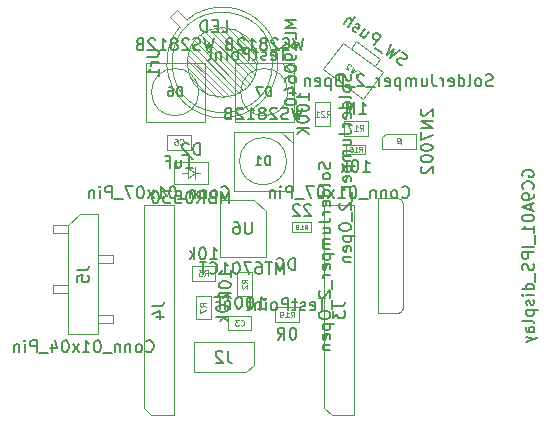
<source format=gbr>
%TF.GenerationSoftware,KiCad,Pcbnew,8.0.1*%
%TF.CreationDate,2024-05-06T20:27:02+02:00*%
%TF.ProjectId,SenseLoraCAM,53656e73-654c-46f7-9261-43414d2e6b69,rev?*%
%TF.SameCoordinates,Original*%
%TF.FileFunction,AssemblyDrawing,Bot*%
%FSLAX46Y46*%
G04 Gerber Fmt 4.6, Leading zero omitted, Abs format (unit mm)*
G04 Created by KiCad (PCBNEW 8.0.1) date 2024-05-06 20:27:02*
%MOMM*%
%LPD*%
G01*
G04 APERTURE LIST*
%ADD10C,0.150000*%
%ADD11C,0.080000*%
%ADD12C,0.060000*%
%ADD13C,0.050000*%
%ADD14C,0.075000*%
%ADD15C,0.100000*%
%ADD16C,0.120000*%
G04 APERTURE END LIST*
D10*
X127509524Y-77029580D02*
X127557143Y-77077200D01*
X127557143Y-77077200D02*
X127700000Y-77124819D01*
X127700000Y-77124819D02*
X127795238Y-77124819D01*
X127795238Y-77124819D02*
X127938095Y-77077200D01*
X127938095Y-77077200D02*
X128033333Y-76981961D01*
X128033333Y-76981961D02*
X128080952Y-76886723D01*
X128080952Y-76886723D02*
X128128571Y-76696247D01*
X128128571Y-76696247D02*
X128128571Y-76553390D01*
X128128571Y-76553390D02*
X128080952Y-76362914D01*
X128080952Y-76362914D02*
X128033333Y-76267676D01*
X128033333Y-76267676D02*
X127938095Y-76172438D01*
X127938095Y-76172438D02*
X127795238Y-76124819D01*
X127795238Y-76124819D02*
X127700000Y-76124819D01*
X127700000Y-76124819D02*
X127557143Y-76172438D01*
X127557143Y-76172438D02*
X127509524Y-76220057D01*
X126938095Y-77124819D02*
X127033333Y-77077200D01*
X127033333Y-77077200D02*
X127080952Y-77029580D01*
X127080952Y-77029580D02*
X127128571Y-76934342D01*
X127128571Y-76934342D02*
X127128571Y-76648628D01*
X127128571Y-76648628D02*
X127080952Y-76553390D01*
X127080952Y-76553390D02*
X127033333Y-76505771D01*
X127033333Y-76505771D02*
X126938095Y-76458152D01*
X126938095Y-76458152D02*
X126795238Y-76458152D01*
X126795238Y-76458152D02*
X126700000Y-76505771D01*
X126700000Y-76505771D02*
X126652381Y-76553390D01*
X126652381Y-76553390D02*
X126604762Y-76648628D01*
X126604762Y-76648628D02*
X126604762Y-76934342D01*
X126604762Y-76934342D02*
X126652381Y-77029580D01*
X126652381Y-77029580D02*
X126700000Y-77077200D01*
X126700000Y-77077200D02*
X126795238Y-77124819D01*
X126795238Y-77124819D02*
X126938095Y-77124819D01*
X126176190Y-76458152D02*
X126176190Y-77124819D01*
X126176190Y-76553390D02*
X126128571Y-76505771D01*
X126128571Y-76505771D02*
X126033333Y-76458152D01*
X126033333Y-76458152D02*
X125890476Y-76458152D01*
X125890476Y-76458152D02*
X125795238Y-76505771D01*
X125795238Y-76505771D02*
X125747619Y-76601009D01*
X125747619Y-76601009D02*
X125747619Y-77124819D01*
X125271428Y-76458152D02*
X125271428Y-77124819D01*
X125271428Y-76553390D02*
X125223809Y-76505771D01*
X125223809Y-76505771D02*
X125128571Y-76458152D01*
X125128571Y-76458152D02*
X124985714Y-76458152D01*
X124985714Y-76458152D02*
X124890476Y-76505771D01*
X124890476Y-76505771D02*
X124842857Y-76601009D01*
X124842857Y-76601009D02*
X124842857Y-77124819D01*
X124604762Y-77220057D02*
X123842857Y-77220057D01*
X123414285Y-76124819D02*
X123319047Y-76124819D01*
X123319047Y-76124819D02*
X123223809Y-76172438D01*
X123223809Y-76172438D02*
X123176190Y-76220057D01*
X123176190Y-76220057D02*
X123128571Y-76315295D01*
X123128571Y-76315295D02*
X123080952Y-76505771D01*
X123080952Y-76505771D02*
X123080952Y-76743866D01*
X123080952Y-76743866D02*
X123128571Y-76934342D01*
X123128571Y-76934342D02*
X123176190Y-77029580D01*
X123176190Y-77029580D02*
X123223809Y-77077200D01*
X123223809Y-77077200D02*
X123319047Y-77124819D01*
X123319047Y-77124819D02*
X123414285Y-77124819D01*
X123414285Y-77124819D02*
X123509523Y-77077200D01*
X123509523Y-77077200D02*
X123557142Y-77029580D01*
X123557142Y-77029580D02*
X123604761Y-76934342D01*
X123604761Y-76934342D02*
X123652380Y-76743866D01*
X123652380Y-76743866D02*
X123652380Y-76505771D01*
X123652380Y-76505771D02*
X123604761Y-76315295D01*
X123604761Y-76315295D02*
X123557142Y-76220057D01*
X123557142Y-76220057D02*
X123509523Y-76172438D01*
X123509523Y-76172438D02*
X123414285Y-76124819D01*
X122128571Y-77124819D02*
X122699999Y-77124819D01*
X122414285Y-77124819D02*
X122414285Y-76124819D01*
X122414285Y-76124819D02*
X122509523Y-76267676D01*
X122509523Y-76267676D02*
X122604761Y-76362914D01*
X122604761Y-76362914D02*
X122699999Y-76410533D01*
X121795237Y-77124819D02*
X121271428Y-76458152D01*
X121795237Y-76458152D02*
X121271428Y-77124819D01*
X120699999Y-76124819D02*
X120604761Y-76124819D01*
X120604761Y-76124819D02*
X120509523Y-76172438D01*
X120509523Y-76172438D02*
X120461904Y-76220057D01*
X120461904Y-76220057D02*
X120414285Y-76315295D01*
X120414285Y-76315295D02*
X120366666Y-76505771D01*
X120366666Y-76505771D02*
X120366666Y-76743866D01*
X120366666Y-76743866D02*
X120414285Y-76934342D01*
X120414285Y-76934342D02*
X120461904Y-77029580D01*
X120461904Y-77029580D02*
X120509523Y-77077200D01*
X120509523Y-77077200D02*
X120604761Y-77124819D01*
X120604761Y-77124819D02*
X120699999Y-77124819D01*
X120699999Y-77124819D02*
X120795237Y-77077200D01*
X120795237Y-77077200D02*
X120842856Y-77029580D01*
X120842856Y-77029580D02*
X120890475Y-76934342D01*
X120890475Y-76934342D02*
X120938094Y-76743866D01*
X120938094Y-76743866D02*
X120938094Y-76505771D01*
X120938094Y-76505771D02*
X120890475Y-76315295D01*
X120890475Y-76315295D02*
X120842856Y-76220057D01*
X120842856Y-76220057D02*
X120795237Y-76172438D01*
X120795237Y-76172438D02*
X120699999Y-76124819D01*
X120033332Y-76124819D02*
X119366666Y-76124819D01*
X119366666Y-76124819D02*
X119795237Y-77124819D01*
X119223809Y-77220057D02*
X118461904Y-77220057D01*
X118223808Y-77124819D02*
X118223808Y-76124819D01*
X118223808Y-76124819D02*
X117842856Y-76124819D01*
X117842856Y-76124819D02*
X117747618Y-76172438D01*
X117747618Y-76172438D02*
X117699999Y-76220057D01*
X117699999Y-76220057D02*
X117652380Y-76315295D01*
X117652380Y-76315295D02*
X117652380Y-76458152D01*
X117652380Y-76458152D02*
X117699999Y-76553390D01*
X117699999Y-76553390D02*
X117747618Y-76601009D01*
X117747618Y-76601009D02*
X117842856Y-76648628D01*
X117842856Y-76648628D02*
X118223808Y-76648628D01*
X117223808Y-77124819D02*
X117223808Y-76458152D01*
X117223808Y-76124819D02*
X117271427Y-76172438D01*
X117271427Y-76172438D02*
X117223808Y-76220057D01*
X117223808Y-76220057D02*
X117176189Y-76172438D01*
X117176189Y-76172438D02*
X117223808Y-76124819D01*
X117223808Y-76124819D02*
X117223808Y-76220057D01*
X116747618Y-76458152D02*
X116747618Y-77124819D01*
X116747618Y-76553390D02*
X116699999Y-76505771D01*
X116699999Y-76505771D02*
X116604761Y-76458152D01*
X116604761Y-76458152D02*
X116461904Y-76458152D01*
X116461904Y-76458152D02*
X116366666Y-76505771D01*
X116366666Y-76505771D02*
X116319047Y-76601009D01*
X116319047Y-76601009D02*
X116319047Y-77124819D01*
X121654819Y-86286666D02*
X122369104Y-86286666D01*
X122369104Y-86286666D02*
X122511961Y-86239047D01*
X122511961Y-86239047D02*
X122607200Y-86143809D01*
X122607200Y-86143809D02*
X122654819Y-86000952D01*
X122654819Y-86000952D02*
X122654819Y-85905714D01*
X121654819Y-86667619D02*
X121654819Y-87286666D01*
X121654819Y-87286666D02*
X122035771Y-86953333D01*
X122035771Y-86953333D02*
X122035771Y-87096190D01*
X122035771Y-87096190D02*
X122083390Y-87191428D01*
X122083390Y-87191428D02*
X122131009Y-87239047D01*
X122131009Y-87239047D02*
X122226247Y-87286666D01*
X122226247Y-87286666D02*
X122464342Y-87286666D01*
X122464342Y-87286666D02*
X122559580Y-87239047D01*
X122559580Y-87239047D02*
X122607200Y-87191428D01*
X122607200Y-87191428D02*
X122654819Y-87096190D01*
X122654819Y-87096190D02*
X122654819Y-86810476D01*
X122654819Y-86810476D02*
X122607200Y-86715238D01*
X122607200Y-86715238D02*
X122559580Y-86667619D01*
X115310119Y-86474819D02*
X115881547Y-86474819D01*
X115595833Y-86474819D02*
X115595833Y-85474819D01*
X115595833Y-85474819D02*
X115691071Y-85617676D01*
X115691071Y-85617676D02*
X115786309Y-85712914D01*
X115786309Y-85712914D02*
X115881547Y-85760533D01*
X114691071Y-85474819D02*
X114595833Y-85474819D01*
X114595833Y-85474819D02*
X114500595Y-85522438D01*
X114500595Y-85522438D02*
X114452976Y-85570057D01*
X114452976Y-85570057D02*
X114405357Y-85665295D01*
X114405357Y-85665295D02*
X114357738Y-85855771D01*
X114357738Y-85855771D02*
X114357738Y-86093866D01*
X114357738Y-86093866D02*
X114405357Y-86284342D01*
X114405357Y-86284342D02*
X114452976Y-86379580D01*
X114452976Y-86379580D02*
X114500595Y-86427200D01*
X114500595Y-86427200D02*
X114595833Y-86474819D01*
X114595833Y-86474819D02*
X114691071Y-86474819D01*
X114691071Y-86474819D02*
X114786309Y-86427200D01*
X114786309Y-86427200D02*
X114833928Y-86379580D01*
X114833928Y-86379580D02*
X114881547Y-86284342D01*
X114881547Y-86284342D02*
X114929166Y-86093866D01*
X114929166Y-86093866D02*
X114929166Y-85855771D01*
X114929166Y-85855771D02*
X114881547Y-85665295D01*
X114881547Y-85665295D02*
X114833928Y-85570057D01*
X114833928Y-85570057D02*
X114786309Y-85522438D01*
X114786309Y-85522438D02*
X114691071Y-85474819D01*
X113738690Y-85474819D02*
X113643452Y-85474819D01*
X113643452Y-85474819D02*
X113548214Y-85522438D01*
X113548214Y-85522438D02*
X113500595Y-85570057D01*
X113500595Y-85570057D02*
X113452976Y-85665295D01*
X113452976Y-85665295D02*
X113405357Y-85855771D01*
X113405357Y-85855771D02*
X113405357Y-86093866D01*
X113405357Y-86093866D02*
X113452976Y-86284342D01*
X113452976Y-86284342D02*
X113500595Y-86379580D01*
X113500595Y-86379580D02*
X113548214Y-86427200D01*
X113548214Y-86427200D02*
X113643452Y-86474819D01*
X113643452Y-86474819D02*
X113738690Y-86474819D01*
X113738690Y-86474819D02*
X113833928Y-86427200D01*
X113833928Y-86427200D02*
X113881547Y-86379580D01*
X113881547Y-86379580D02*
X113929166Y-86284342D01*
X113929166Y-86284342D02*
X113976785Y-86093866D01*
X113976785Y-86093866D02*
X113976785Y-85855771D01*
X113976785Y-85855771D02*
X113929166Y-85665295D01*
X113929166Y-85665295D02*
X113881547Y-85570057D01*
X113881547Y-85570057D02*
X113833928Y-85522438D01*
X113833928Y-85522438D02*
X113738690Y-85474819D01*
X112976785Y-85808152D02*
X112976785Y-86474819D01*
X112976785Y-85903390D02*
X112929166Y-85855771D01*
X112929166Y-85855771D02*
X112833928Y-85808152D01*
X112833928Y-85808152D02*
X112691071Y-85808152D01*
X112691071Y-85808152D02*
X112595833Y-85855771D01*
X112595833Y-85855771D02*
X112548214Y-85951009D01*
X112548214Y-85951009D02*
X112548214Y-86474819D01*
X111738690Y-85951009D02*
X112072023Y-85951009D01*
X112072023Y-86474819D02*
X112072023Y-85474819D01*
X112072023Y-85474819D02*
X111595833Y-85474819D01*
D11*
X113845833Y-87879530D02*
X113869642Y-87903340D01*
X113869642Y-87903340D02*
X113941071Y-87927149D01*
X113941071Y-87927149D02*
X113988690Y-87927149D01*
X113988690Y-87927149D02*
X114060118Y-87903340D01*
X114060118Y-87903340D02*
X114107737Y-87855720D01*
X114107737Y-87855720D02*
X114131547Y-87808101D01*
X114131547Y-87808101D02*
X114155356Y-87712863D01*
X114155356Y-87712863D02*
X114155356Y-87641435D01*
X114155356Y-87641435D02*
X114131547Y-87546197D01*
X114131547Y-87546197D02*
X114107737Y-87498578D01*
X114107737Y-87498578D02*
X114060118Y-87450959D01*
X114060118Y-87450959D02*
X113988690Y-87427149D01*
X113988690Y-87427149D02*
X113941071Y-87427149D01*
X113941071Y-87427149D02*
X113869642Y-87450959D01*
X113869642Y-87450959D02*
X113845833Y-87474768D01*
X113679166Y-87427149D02*
X113369642Y-87427149D01*
X113369642Y-87427149D02*
X113536309Y-87617625D01*
X113536309Y-87617625D02*
X113464880Y-87617625D01*
X113464880Y-87617625D02*
X113417261Y-87641435D01*
X113417261Y-87641435D02*
X113393452Y-87665244D01*
X113393452Y-87665244D02*
X113369642Y-87712863D01*
X113369642Y-87712863D02*
X113369642Y-87831911D01*
X113369642Y-87831911D02*
X113393452Y-87879530D01*
X113393452Y-87879530D02*
X113417261Y-87903340D01*
X113417261Y-87903340D02*
X113464880Y-87927149D01*
X113464880Y-87927149D02*
X113607737Y-87927149D01*
X113607737Y-87927149D02*
X113655356Y-87903340D01*
X113655356Y-87903340D02*
X113679166Y-87879530D01*
D10*
X119604819Y-68833333D02*
X119604819Y-68261905D01*
X119604819Y-68547619D02*
X118604819Y-68547619D01*
X118604819Y-68547619D02*
X118747676Y-68452381D01*
X118747676Y-68452381D02*
X118842914Y-68357143D01*
X118842914Y-68357143D02*
X118890533Y-68261905D01*
X118604819Y-69452381D02*
X118604819Y-69547619D01*
X118604819Y-69547619D02*
X118652438Y-69642857D01*
X118652438Y-69642857D02*
X118700057Y-69690476D01*
X118700057Y-69690476D02*
X118795295Y-69738095D01*
X118795295Y-69738095D02*
X118985771Y-69785714D01*
X118985771Y-69785714D02*
X119223866Y-69785714D01*
X119223866Y-69785714D02*
X119414342Y-69738095D01*
X119414342Y-69738095D02*
X119509580Y-69690476D01*
X119509580Y-69690476D02*
X119557200Y-69642857D01*
X119557200Y-69642857D02*
X119604819Y-69547619D01*
X119604819Y-69547619D02*
X119604819Y-69452381D01*
X119604819Y-69452381D02*
X119557200Y-69357143D01*
X119557200Y-69357143D02*
X119509580Y-69309524D01*
X119509580Y-69309524D02*
X119414342Y-69261905D01*
X119414342Y-69261905D02*
X119223866Y-69214286D01*
X119223866Y-69214286D02*
X118985771Y-69214286D01*
X118985771Y-69214286D02*
X118795295Y-69261905D01*
X118795295Y-69261905D02*
X118700057Y-69309524D01*
X118700057Y-69309524D02*
X118652438Y-69357143D01*
X118652438Y-69357143D02*
X118604819Y-69452381D01*
X118604819Y-70404762D02*
X118604819Y-70500000D01*
X118604819Y-70500000D02*
X118652438Y-70595238D01*
X118652438Y-70595238D02*
X118700057Y-70642857D01*
X118700057Y-70642857D02*
X118795295Y-70690476D01*
X118795295Y-70690476D02*
X118985771Y-70738095D01*
X118985771Y-70738095D02*
X119223866Y-70738095D01*
X119223866Y-70738095D02*
X119414342Y-70690476D01*
X119414342Y-70690476D02*
X119509580Y-70642857D01*
X119509580Y-70642857D02*
X119557200Y-70595238D01*
X119557200Y-70595238D02*
X119604819Y-70500000D01*
X119604819Y-70500000D02*
X119604819Y-70404762D01*
X119604819Y-70404762D02*
X119557200Y-70309524D01*
X119557200Y-70309524D02*
X119509580Y-70261905D01*
X119509580Y-70261905D02*
X119414342Y-70214286D01*
X119414342Y-70214286D02*
X119223866Y-70166667D01*
X119223866Y-70166667D02*
X118985771Y-70166667D01*
X118985771Y-70166667D02*
X118795295Y-70214286D01*
X118795295Y-70214286D02*
X118700057Y-70261905D01*
X118700057Y-70261905D02*
X118652438Y-70309524D01*
X118652438Y-70309524D02*
X118604819Y-70404762D01*
X119604819Y-71166667D02*
X118604819Y-71166667D01*
X119604819Y-71738095D02*
X119033390Y-71309524D01*
X118604819Y-71738095D02*
X119176247Y-71166667D01*
D11*
X121121428Y-70227149D02*
X121288094Y-69989054D01*
X121407142Y-70227149D02*
X121407142Y-69727149D01*
X121407142Y-69727149D02*
X121216666Y-69727149D01*
X121216666Y-69727149D02*
X121169047Y-69750959D01*
X121169047Y-69750959D02*
X121145237Y-69774768D01*
X121145237Y-69774768D02*
X121121428Y-69822387D01*
X121121428Y-69822387D02*
X121121428Y-69893816D01*
X121121428Y-69893816D02*
X121145237Y-69941435D01*
X121145237Y-69941435D02*
X121169047Y-69965244D01*
X121169047Y-69965244D02*
X121216666Y-69989054D01*
X121216666Y-69989054D02*
X121407142Y-69989054D01*
X120930951Y-69774768D02*
X120907142Y-69750959D01*
X120907142Y-69750959D02*
X120859523Y-69727149D01*
X120859523Y-69727149D02*
X120740475Y-69727149D01*
X120740475Y-69727149D02*
X120692856Y-69750959D01*
X120692856Y-69750959D02*
X120669047Y-69774768D01*
X120669047Y-69774768D02*
X120645237Y-69822387D01*
X120645237Y-69822387D02*
X120645237Y-69870006D01*
X120645237Y-69870006D02*
X120669047Y-69941435D01*
X120669047Y-69941435D02*
X120954761Y-70227149D01*
X120954761Y-70227149D02*
X120645237Y-70227149D01*
X120169047Y-70227149D02*
X120454761Y-70227149D01*
X120311904Y-70227149D02*
X120311904Y-69727149D01*
X120311904Y-69727149D02*
X120359523Y-69798578D01*
X120359523Y-69798578D02*
X120407142Y-69846197D01*
X120407142Y-69846197D02*
X120454761Y-69870006D01*
D10*
X111609523Y-63604819D02*
X111371428Y-64604819D01*
X111371428Y-64604819D02*
X111180952Y-63890533D01*
X111180952Y-63890533D02*
X110990476Y-64604819D01*
X110990476Y-64604819D02*
X110752381Y-63604819D01*
X110419047Y-64557200D02*
X110276190Y-64604819D01*
X110276190Y-64604819D02*
X110038095Y-64604819D01*
X110038095Y-64604819D02*
X109942857Y-64557200D01*
X109942857Y-64557200D02*
X109895238Y-64509580D01*
X109895238Y-64509580D02*
X109847619Y-64414342D01*
X109847619Y-64414342D02*
X109847619Y-64319104D01*
X109847619Y-64319104D02*
X109895238Y-64223866D01*
X109895238Y-64223866D02*
X109942857Y-64176247D01*
X109942857Y-64176247D02*
X110038095Y-64128628D01*
X110038095Y-64128628D02*
X110228571Y-64081009D01*
X110228571Y-64081009D02*
X110323809Y-64033390D01*
X110323809Y-64033390D02*
X110371428Y-63985771D01*
X110371428Y-63985771D02*
X110419047Y-63890533D01*
X110419047Y-63890533D02*
X110419047Y-63795295D01*
X110419047Y-63795295D02*
X110371428Y-63700057D01*
X110371428Y-63700057D02*
X110323809Y-63652438D01*
X110323809Y-63652438D02*
X110228571Y-63604819D01*
X110228571Y-63604819D02*
X109990476Y-63604819D01*
X109990476Y-63604819D02*
X109847619Y-63652438D01*
X109466666Y-63700057D02*
X109419047Y-63652438D01*
X109419047Y-63652438D02*
X109323809Y-63604819D01*
X109323809Y-63604819D02*
X109085714Y-63604819D01*
X109085714Y-63604819D02*
X108990476Y-63652438D01*
X108990476Y-63652438D02*
X108942857Y-63700057D01*
X108942857Y-63700057D02*
X108895238Y-63795295D01*
X108895238Y-63795295D02*
X108895238Y-63890533D01*
X108895238Y-63890533D02*
X108942857Y-64033390D01*
X108942857Y-64033390D02*
X109514285Y-64604819D01*
X109514285Y-64604819D02*
X108895238Y-64604819D01*
X108323809Y-64033390D02*
X108419047Y-63985771D01*
X108419047Y-63985771D02*
X108466666Y-63938152D01*
X108466666Y-63938152D02*
X108514285Y-63842914D01*
X108514285Y-63842914D02*
X108514285Y-63795295D01*
X108514285Y-63795295D02*
X108466666Y-63700057D01*
X108466666Y-63700057D02*
X108419047Y-63652438D01*
X108419047Y-63652438D02*
X108323809Y-63604819D01*
X108323809Y-63604819D02*
X108133333Y-63604819D01*
X108133333Y-63604819D02*
X108038095Y-63652438D01*
X108038095Y-63652438D02*
X107990476Y-63700057D01*
X107990476Y-63700057D02*
X107942857Y-63795295D01*
X107942857Y-63795295D02*
X107942857Y-63842914D01*
X107942857Y-63842914D02*
X107990476Y-63938152D01*
X107990476Y-63938152D02*
X108038095Y-63985771D01*
X108038095Y-63985771D02*
X108133333Y-64033390D01*
X108133333Y-64033390D02*
X108323809Y-64033390D01*
X108323809Y-64033390D02*
X108419047Y-64081009D01*
X108419047Y-64081009D02*
X108466666Y-64128628D01*
X108466666Y-64128628D02*
X108514285Y-64223866D01*
X108514285Y-64223866D02*
X108514285Y-64414342D01*
X108514285Y-64414342D02*
X108466666Y-64509580D01*
X108466666Y-64509580D02*
X108419047Y-64557200D01*
X108419047Y-64557200D02*
X108323809Y-64604819D01*
X108323809Y-64604819D02*
X108133333Y-64604819D01*
X108133333Y-64604819D02*
X108038095Y-64557200D01*
X108038095Y-64557200D02*
X107990476Y-64509580D01*
X107990476Y-64509580D02*
X107942857Y-64414342D01*
X107942857Y-64414342D02*
X107942857Y-64223866D01*
X107942857Y-64223866D02*
X107990476Y-64128628D01*
X107990476Y-64128628D02*
X108038095Y-64081009D01*
X108038095Y-64081009D02*
X108133333Y-64033390D01*
X106990476Y-64604819D02*
X107561904Y-64604819D01*
X107276190Y-64604819D02*
X107276190Y-63604819D01*
X107276190Y-63604819D02*
X107371428Y-63747676D01*
X107371428Y-63747676D02*
X107466666Y-63842914D01*
X107466666Y-63842914D02*
X107561904Y-63890533D01*
X106609523Y-63700057D02*
X106561904Y-63652438D01*
X106561904Y-63652438D02*
X106466666Y-63604819D01*
X106466666Y-63604819D02*
X106228571Y-63604819D01*
X106228571Y-63604819D02*
X106133333Y-63652438D01*
X106133333Y-63652438D02*
X106085714Y-63700057D01*
X106085714Y-63700057D02*
X106038095Y-63795295D01*
X106038095Y-63795295D02*
X106038095Y-63890533D01*
X106038095Y-63890533D02*
X106085714Y-64033390D01*
X106085714Y-64033390D02*
X106657142Y-64604819D01*
X106657142Y-64604819D02*
X106038095Y-64604819D01*
X105276190Y-64081009D02*
X105133333Y-64128628D01*
X105133333Y-64128628D02*
X105085714Y-64176247D01*
X105085714Y-64176247D02*
X105038095Y-64271485D01*
X105038095Y-64271485D02*
X105038095Y-64414342D01*
X105038095Y-64414342D02*
X105085714Y-64509580D01*
X105085714Y-64509580D02*
X105133333Y-64557200D01*
X105133333Y-64557200D02*
X105228571Y-64604819D01*
X105228571Y-64604819D02*
X105609523Y-64604819D01*
X105609523Y-64604819D02*
X105609523Y-63604819D01*
X105609523Y-63604819D02*
X105276190Y-63604819D01*
X105276190Y-63604819D02*
X105180952Y-63652438D01*
X105180952Y-63652438D02*
X105133333Y-63700057D01*
X105133333Y-63700057D02*
X105085714Y-63795295D01*
X105085714Y-63795295D02*
X105085714Y-63890533D01*
X105085714Y-63890533D02*
X105133333Y-63985771D01*
X105133333Y-63985771D02*
X105180952Y-64033390D01*
X105180952Y-64033390D02*
X105276190Y-64081009D01*
X105276190Y-64081009D02*
X105609523Y-64081009D01*
X108890475Y-68512295D02*
X108890475Y-67712295D01*
X108890475Y-67712295D02*
X108699999Y-67712295D01*
X108699999Y-67712295D02*
X108585713Y-67750390D01*
X108585713Y-67750390D02*
X108509523Y-67826580D01*
X108509523Y-67826580D02*
X108471428Y-67902771D01*
X108471428Y-67902771D02*
X108433332Y-68055152D01*
X108433332Y-68055152D02*
X108433332Y-68169438D01*
X108433332Y-68169438D02*
X108471428Y-68321819D01*
X108471428Y-68321819D02*
X108509523Y-68398009D01*
X108509523Y-68398009D02*
X108585713Y-68474200D01*
X108585713Y-68474200D02*
X108699999Y-68512295D01*
X108699999Y-68512295D02*
X108890475Y-68512295D01*
X107747618Y-67712295D02*
X107899999Y-67712295D01*
X107899999Y-67712295D02*
X107976190Y-67750390D01*
X107976190Y-67750390D02*
X108014285Y-67788485D01*
X108014285Y-67788485D02*
X108090475Y-67902771D01*
X108090475Y-67902771D02*
X108128571Y-68055152D01*
X108128571Y-68055152D02*
X108128571Y-68359914D01*
X108128571Y-68359914D02*
X108090475Y-68436104D01*
X108090475Y-68436104D02*
X108052380Y-68474200D01*
X108052380Y-68474200D02*
X107976190Y-68512295D01*
X107976190Y-68512295D02*
X107823809Y-68512295D01*
X107823809Y-68512295D02*
X107747618Y-68474200D01*
X107747618Y-68474200D02*
X107709523Y-68436104D01*
X107709523Y-68436104D02*
X107671428Y-68359914D01*
X107671428Y-68359914D02*
X107671428Y-68169438D01*
X107671428Y-68169438D02*
X107709523Y-68093247D01*
X107709523Y-68093247D02*
X107747618Y-68055152D01*
X107747618Y-68055152D02*
X107823809Y-68017057D01*
X107823809Y-68017057D02*
X107976190Y-68017057D01*
X107976190Y-68017057D02*
X108052380Y-68055152D01*
X108052380Y-68055152D02*
X108090475Y-68093247D01*
X108090475Y-68093247D02*
X108128571Y-68169438D01*
X118322618Y-88104819D02*
X118227380Y-88104819D01*
X118227380Y-88104819D02*
X118132142Y-88152438D01*
X118132142Y-88152438D02*
X118084523Y-88200057D01*
X118084523Y-88200057D02*
X118036904Y-88295295D01*
X118036904Y-88295295D02*
X117989285Y-88485771D01*
X117989285Y-88485771D02*
X117989285Y-88723866D01*
X117989285Y-88723866D02*
X118036904Y-88914342D01*
X118036904Y-88914342D02*
X118084523Y-89009580D01*
X118084523Y-89009580D02*
X118132142Y-89057200D01*
X118132142Y-89057200D02*
X118227380Y-89104819D01*
X118227380Y-89104819D02*
X118322618Y-89104819D01*
X118322618Y-89104819D02*
X118417856Y-89057200D01*
X118417856Y-89057200D02*
X118465475Y-89009580D01*
X118465475Y-89009580D02*
X118513094Y-88914342D01*
X118513094Y-88914342D02*
X118560713Y-88723866D01*
X118560713Y-88723866D02*
X118560713Y-88485771D01*
X118560713Y-88485771D02*
X118513094Y-88295295D01*
X118513094Y-88295295D02*
X118465475Y-88200057D01*
X118465475Y-88200057D02*
X118417856Y-88152438D01*
X118417856Y-88152438D02*
X118322618Y-88104819D01*
X116989285Y-89104819D02*
X117322618Y-88628628D01*
X117560713Y-89104819D02*
X117560713Y-88104819D01*
X117560713Y-88104819D02*
X117179761Y-88104819D01*
X117179761Y-88104819D02*
X117084523Y-88152438D01*
X117084523Y-88152438D02*
X117036904Y-88200057D01*
X117036904Y-88200057D02*
X116989285Y-88295295D01*
X116989285Y-88295295D02*
X116989285Y-88438152D01*
X116989285Y-88438152D02*
X117036904Y-88533390D01*
X117036904Y-88533390D02*
X117084523Y-88581009D01*
X117084523Y-88581009D02*
X117179761Y-88628628D01*
X117179761Y-88628628D02*
X117560713Y-88628628D01*
D11*
X118096428Y-87227149D02*
X118263094Y-86989054D01*
X118382142Y-87227149D02*
X118382142Y-86727149D01*
X118382142Y-86727149D02*
X118191666Y-86727149D01*
X118191666Y-86727149D02*
X118144047Y-86750959D01*
X118144047Y-86750959D02*
X118120237Y-86774768D01*
X118120237Y-86774768D02*
X118096428Y-86822387D01*
X118096428Y-86822387D02*
X118096428Y-86893816D01*
X118096428Y-86893816D02*
X118120237Y-86941435D01*
X118120237Y-86941435D02*
X118144047Y-86965244D01*
X118144047Y-86965244D02*
X118191666Y-86989054D01*
X118191666Y-86989054D02*
X118382142Y-86989054D01*
X117620237Y-87227149D02*
X117905951Y-87227149D01*
X117763094Y-87227149D02*
X117763094Y-86727149D01*
X117763094Y-86727149D02*
X117810713Y-86798578D01*
X117810713Y-86798578D02*
X117858332Y-86846197D01*
X117858332Y-86846197D02*
X117905951Y-86870006D01*
X117382142Y-87227149D02*
X117286904Y-87227149D01*
X117286904Y-87227149D02*
X117239285Y-87203340D01*
X117239285Y-87203340D02*
X117215476Y-87179530D01*
X117215476Y-87179530D02*
X117167857Y-87108101D01*
X117167857Y-87108101D02*
X117144047Y-87012863D01*
X117144047Y-87012863D02*
X117144047Y-86822387D01*
X117144047Y-86822387D02*
X117167857Y-86774768D01*
X117167857Y-86774768D02*
X117191666Y-86750959D01*
X117191666Y-86750959D02*
X117239285Y-86727149D01*
X117239285Y-86727149D02*
X117334523Y-86727149D01*
X117334523Y-86727149D02*
X117382142Y-86750959D01*
X117382142Y-86750959D02*
X117405952Y-86774768D01*
X117405952Y-86774768D02*
X117429761Y-86822387D01*
X117429761Y-86822387D02*
X117429761Y-86941435D01*
X117429761Y-86941435D02*
X117405952Y-86989054D01*
X117405952Y-86989054D02*
X117382142Y-87012863D01*
X117382142Y-87012863D02*
X117334523Y-87036673D01*
X117334523Y-87036673D02*
X117239285Y-87036673D01*
X117239285Y-87036673D02*
X117191666Y-87012863D01*
X117191666Y-87012863D02*
X117167857Y-86989054D01*
X117167857Y-86989054D02*
X117144047Y-86941435D01*
D10*
X137727438Y-75285713D02*
X137679819Y-75190475D01*
X137679819Y-75190475D02*
X137679819Y-75047618D01*
X137679819Y-75047618D02*
X137727438Y-74904761D01*
X137727438Y-74904761D02*
X137822676Y-74809523D01*
X137822676Y-74809523D02*
X137917914Y-74761904D01*
X137917914Y-74761904D02*
X138108390Y-74714285D01*
X138108390Y-74714285D02*
X138251247Y-74714285D01*
X138251247Y-74714285D02*
X138441723Y-74761904D01*
X138441723Y-74761904D02*
X138536961Y-74809523D01*
X138536961Y-74809523D02*
X138632200Y-74904761D01*
X138632200Y-74904761D02*
X138679819Y-75047618D01*
X138679819Y-75047618D02*
X138679819Y-75142856D01*
X138679819Y-75142856D02*
X138632200Y-75285713D01*
X138632200Y-75285713D02*
X138584580Y-75333332D01*
X138584580Y-75333332D02*
X138251247Y-75333332D01*
X138251247Y-75333332D02*
X138251247Y-75142856D01*
X138584580Y-76333332D02*
X138632200Y-76285713D01*
X138632200Y-76285713D02*
X138679819Y-76142856D01*
X138679819Y-76142856D02*
X138679819Y-76047618D01*
X138679819Y-76047618D02*
X138632200Y-75904761D01*
X138632200Y-75904761D02*
X138536961Y-75809523D01*
X138536961Y-75809523D02*
X138441723Y-75761904D01*
X138441723Y-75761904D02*
X138251247Y-75714285D01*
X138251247Y-75714285D02*
X138108390Y-75714285D01*
X138108390Y-75714285D02*
X137917914Y-75761904D01*
X137917914Y-75761904D02*
X137822676Y-75809523D01*
X137822676Y-75809523D02*
X137727438Y-75904761D01*
X137727438Y-75904761D02*
X137679819Y-76047618D01*
X137679819Y-76047618D02*
X137679819Y-76142856D01*
X137679819Y-76142856D02*
X137727438Y-76285713D01*
X137727438Y-76285713D02*
X137775057Y-76333332D01*
X138679819Y-76809523D02*
X138679819Y-76999999D01*
X138679819Y-76999999D02*
X138632200Y-77095237D01*
X138632200Y-77095237D02*
X138584580Y-77142856D01*
X138584580Y-77142856D02*
X138441723Y-77238094D01*
X138441723Y-77238094D02*
X138251247Y-77285713D01*
X138251247Y-77285713D02*
X137870295Y-77285713D01*
X137870295Y-77285713D02*
X137775057Y-77238094D01*
X137775057Y-77238094D02*
X137727438Y-77190475D01*
X137727438Y-77190475D02*
X137679819Y-77095237D01*
X137679819Y-77095237D02*
X137679819Y-76904761D01*
X137679819Y-76904761D02*
X137727438Y-76809523D01*
X137727438Y-76809523D02*
X137775057Y-76761904D01*
X137775057Y-76761904D02*
X137870295Y-76714285D01*
X137870295Y-76714285D02*
X138108390Y-76714285D01*
X138108390Y-76714285D02*
X138203628Y-76761904D01*
X138203628Y-76761904D02*
X138251247Y-76809523D01*
X138251247Y-76809523D02*
X138298866Y-76904761D01*
X138298866Y-76904761D02*
X138298866Y-77095237D01*
X138298866Y-77095237D02*
X138251247Y-77190475D01*
X138251247Y-77190475D02*
X138203628Y-77238094D01*
X138203628Y-77238094D02*
X138108390Y-77285713D01*
X138394104Y-77666666D02*
X138394104Y-78142856D01*
X138679819Y-77571428D02*
X137679819Y-77904761D01*
X137679819Y-77904761D02*
X138679819Y-78238094D01*
X137679819Y-78761904D02*
X137679819Y-78857142D01*
X137679819Y-78857142D02*
X137727438Y-78952380D01*
X137727438Y-78952380D02*
X137775057Y-78999999D01*
X137775057Y-78999999D02*
X137870295Y-79047618D01*
X137870295Y-79047618D02*
X138060771Y-79095237D01*
X138060771Y-79095237D02*
X138298866Y-79095237D01*
X138298866Y-79095237D02*
X138489342Y-79047618D01*
X138489342Y-79047618D02*
X138584580Y-78999999D01*
X138584580Y-78999999D02*
X138632200Y-78952380D01*
X138632200Y-78952380D02*
X138679819Y-78857142D01*
X138679819Y-78857142D02*
X138679819Y-78761904D01*
X138679819Y-78761904D02*
X138632200Y-78666666D01*
X138632200Y-78666666D02*
X138584580Y-78619047D01*
X138584580Y-78619047D02*
X138489342Y-78571428D01*
X138489342Y-78571428D02*
X138298866Y-78523809D01*
X138298866Y-78523809D02*
X138060771Y-78523809D01*
X138060771Y-78523809D02*
X137870295Y-78571428D01*
X137870295Y-78571428D02*
X137775057Y-78619047D01*
X137775057Y-78619047D02*
X137727438Y-78666666D01*
X137727438Y-78666666D02*
X137679819Y-78761904D01*
X138679819Y-80047618D02*
X138679819Y-79476190D01*
X138679819Y-79761904D02*
X137679819Y-79761904D01*
X137679819Y-79761904D02*
X137822676Y-79666666D01*
X137822676Y-79666666D02*
X137917914Y-79571428D01*
X137917914Y-79571428D02*
X137965533Y-79476190D01*
X138775057Y-80238095D02*
X138775057Y-80999999D01*
X138679819Y-81238095D02*
X137679819Y-81238095D01*
X138679819Y-81714285D02*
X137679819Y-81714285D01*
X137679819Y-81714285D02*
X137679819Y-82095237D01*
X137679819Y-82095237D02*
X137727438Y-82190475D01*
X137727438Y-82190475D02*
X137775057Y-82238094D01*
X137775057Y-82238094D02*
X137870295Y-82285713D01*
X137870295Y-82285713D02*
X138013152Y-82285713D01*
X138013152Y-82285713D02*
X138108390Y-82238094D01*
X138108390Y-82238094D02*
X138156009Y-82190475D01*
X138156009Y-82190475D02*
X138203628Y-82095237D01*
X138203628Y-82095237D02*
X138203628Y-81714285D01*
X138632200Y-82666666D02*
X138679819Y-82809523D01*
X138679819Y-82809523D02*
X138679819Y-83047618D01*
X138679819Y-83047618D02*
X138632200Y-83142856D01*
X138632200Y-83142856D02*
X138584580Y-83190475D01*
X138584580Y-83190475D02*
X138489342Y-83238094D01*
X138489342Y-83238094D02*
X138394104Y-83238094D01*
X138394104Y-83238094D02*
X138298866Y-83190475D01*
X138298866Y-83190475D02*
X138251247Y-83142856D01*
X138251247Y-83142856D02*
X138203628Y-83047618D01*
X138203628Y-83047618D02*
X138156009Y-82857142D01*
X138156009Y-82857142D02*
X138108390Y-82761904D01*
X138108390Y-82761904D02*
X138060771Y-82714285D01*
X138060771Y-82714285D02*
X137965533Y-82666666D01*
X137965533Y-82666666D02*
X137870295Y-82666666D01*
X137870295Y-82666666D02*
X137775057Y-82714285D01*
X137775057Y-82714285D02*
X137727438Y-82761904D01*
X137727438Y-82761904D02*
X137679819Y-82857142D01*
X137679819Y-82857142D02*
X137679819Y-83095237D01*
X137679819Y-83095237D02*
X137727438Y-83238094D01*
X138775057Y-83428571D02*
X138775057Y-84190475D01*
X138679819Y-84857142D02*
X137679819Y-84857142D01*
X138632200Y-84857142D02*
X138679819Y-84761904D01*
X138679819Y-84761904D02*
X138679819Y-84571428D01*
X138679819Y-84571428D02*
X138632200Y-84476190D01*
X138632200Y-84476190D02*
X138584580Y-84428571D01*
X138584580Y-84428571D02*
X138489342Y-84380952D01*
X138489342Y-84380952D02*
X138203628Y-84380952D01*
X138203628Y-84380952D02*
X138108390Y-84428571D01*
X138108390Y-84428571D02*
X138060771Y-84476190D01*
X138060771Y-84476190D02*
X138013152Y-84571428D01*
X138013152Y-84571428D02*
X138013152Y-84761904D01*
X138013152Y-84761904D02*
X138060771Y-84857142D01*
X138679819Y-85333333D02*
X138013152Y-85333333D01*
X137679819Y-85333333D02*
X137727438Y-85285714D01*
X137727438Y-85285714D02*
X137775057Y-85333333D01*
X137775057Y-85333333D02*
X137727438Y-85380952D01*
X137727438Y-85380952D02*
X137679819Y-85333333D01*
X137679819Y-85333333D02*
X137775057Y-85333333D01*
X138632200Y-85761904D02*
X138679819Y-85857142D01*
X138679819Y-85857142D02*
X138679819Y-86047618D01*
X138679819Y-86047618D02*
X138632200Y-86142856D01*
X138632200Y-86142856D02*
X138536961Y-86190475D01*
X138536961Y-86190475D02*
X138489342Y-86190475D01*
X138489342Y-86190475D02*
X138394104Y-86142856D01*
X138394104Y-86142856D02*
X138346485Y-86047618D01*
X138346485Y-86047618D02*
X138346485Y-85904761D01*
X138346485Y-85904761D02*
X138298866Y-85809523D01*
X138298866Y-85809523D02*
X138203628Y-85761904D01*
X138203628Y-85761904D02*
X138156009Y-85761904D01*
X138156009Y-85761904D02*
X138060771Y-85809523D01*
X138060771Y-85809523D02*
X138013152Y-85904761D01*
X138013152Y-85904761D02*
X138013152Y-86047618D01*
X138013152Y-86047618D02*
X138060771Y-86142856D01*
X138013152Y-86619047D02*
X139013152Y-86619047D01*
X138060771Y-86619047D02*
X138013152Y-86714285D01*
X138013152Y-86714285D02*
X138013152Y-86904761D01*
X138013152Y-86904761D02*
X138060771Y-86999999D01*
X138060771Y-86999999D02*
X138108390Y-87047618D01*
X138108390Y-87047618D02*
X138203628Y-87095237D01*
X138203628Y-87095237D02*
X138489342Y-87095237D01*
X138489342Y-87095237D02*
X138584580Y-87047618D01*
X138584580Y-87047618D02*
X138632200Y-86999999D01*
X138632200Y-86999999D02*
X138679819Y-86904761D01*
X138679819Y-86904761D02*
X138679819Y-86714285D01*
X138679819Y-86714285D02*
X138632200Y-86619047D01*
X138679819Y-87666666D02*
X138632200Y-87571428D01*
X138632200Y-87571428D02*
X138536961Y-87523809D01*
X138536961Y-87523809D02*
X137679819Y-87523809D01*
X138679819Y-88476190D02*
X138156009Y-88476190D01*
X138156009Y-88476190D02*
X138060771Y-88428571D01*
X138060771Y-88428571D02*
X138013152Y-88333333D01*
X138013152Y-88333333D02*
X138013152Y-88142857D01*
X138013152Y-88142857D02*
X138060771Y-88047619D01*
X138632200Y-88476190D02*
X138679819Y-88380952D01*
X138679819Y-88380952D02*
X138679819Y-88142857D01*
X138679819Y-88142857D02*
X138632200Y-88047619D01*
X138632200Y-88047619D02*
X138536961Y-88000000D01*
X138536961Y-88000000D02*
X138441723Y-88000000D01*
X138441723Y-88000000D02*
X138346485Y-88047619D01*
X138346485Y-88047619D02*
X138298866Y-88142857D01*
X138298866Y-88142857D02*
X138298866Y-88380952D01*
X138298866Y-88380952D02*
X138251247Y-88476190D01*
X138013152Y-88857143D02*
X138679819Y-89095238D01*
X138013152Y-89333333D02*
X138679819Y-89095238D01*
X138679819Y-89095238D02*
X138917914Y-89000000D01*
X138917914Y-89000000D02*
X138965533Y-88952381D01*
X138965533Y-88952381D02*
X139013152Y-88857143D01*
X123157200Y-66623808D02*
X123204819Y-66766665D01*
X123204819Y-66766665D02*
X123204819Y-67004760D01*
X123204819Y-67004760D02*
X123157200Y-67099998D01*
X123157200Y-67099998D02*
X123109580Y-67147617D01*
X123109580Y-67147617D02*
X123014342Y-67195236D01*
X123014342Y-67195236D02*
X122919104Y-67195236D01*
X122919104Y-67195236D02*
X122823866Y-67147617D01*
X122823866Y-67147617D02*
X122776247Y-67099998D01*
X122776247Y-67099998D02*
X122728628Y-67004760D01*
X122728628Y-67004760D02*
X122681009Y-66814284D01*
X122681009Y-66814284D02*
X122633390Y-66719046D01*
X122633390Y-66719046D02*
X122585771Y-66671427D01*
X122585771Y-66671427D02*
X122490533Y-66623808D01*
X122490533Y-66623808D02*
X122395295Y-66623808D01*
X122395295Y-66623808D02*
X122300057Y-66671427D01*
X122300057Y-66671427D02*
X122252438Y-66719046D01*
X122252438Y-66719046D02*
X122204819Y-66814284D01*
X122204819Y-66814284D02*
X122204819Y-67052379D01*
X122204819Y-67052379D02*
X122252438Y-67195236D01*
X123204819Y-67766665D02*
X123157200Y-67671427D01*
X123157200Y-67671427D02*
X123109580Y-67623808D01*
X123109580Y-67623808D02*
X123014342Y-67576189D01*
X123014342Y-67576189D02*
X122728628Y-67576189D01*
X122728628Y-67576189D02*
X122633390Y-67623808D01*
X122633390Y-67623808D02*
X122585771Y-67671427D01*
X122585771Y-67671427D02*
X122538152Y-67766665D01*
X122538152Y-67766665D02*
X122538152Y-67909522D01*
X122538152Y-67909522D02*
X122585771Y-68004760D01*
X122585771Y-68004760D02*
X122633390Y-68052379D01*
X122633390Y-68052379D02*
X122728628Y-68099998D01*
X122728628Y-68099998D02*
X123014342Y-68099998D01*
X123014342Y-68099998D02*
X123109580Y-68052379D01*
X123109580Y-68052379D02*
X123157200Y-68004760D01*
X123157200Y-68004760D02*
X123204819Y-67909522D01*
X123204819Y-67909522D02*
X123204819Y-67766665D01*
X123204819Y-68671427D02*
X123157200Y-68576189D01*
X123157200Y-68576189D02*
X123061961Y-68528570D01*
X123061961Y-68528570D02*
X122204819Y-68528570D01*
X123204819Y-69480951D02*
X122204819Y-69480951D01*
X123157200Y-69480951D02*
X123204819Y-69385713D01*
X123204819Y-69385713D02*
X123204819Y-69195237D01*
X123204819Y-69195237D02*
X123157200Y-69099999D01*
X123157200Y-69099999D02*
X123109580Y-69052380D01*
X123109580Y-69052380D02*
X123014342Y-69004761D01*
X123014342Y-69004761D02*
X122728628Y-69004761D01*
X122728628Y-69004761D02*
X122633390Y-69052380D01*
X122633390Y-69052380D02*
X122585771Y-69099999D01*
X122585771Y-69099999D02*
X122538152Y-69195237D01*
X122538152Y-69195237D02*
X122538152Y-69385713D01*
X122538152Y-69385713D02*
X122585771Y-69480951D01*
X123157200Y-70338094D02*
X123204819Y-70242856D01*
X123204819Y-70242856D02*
X123204819Y-70052380D01*
X123204819Y-70052380D02*
X123157200Y-69957142D01*
X123157200Y-69957142D02*
X123061961Y-69909523D01*
X123061961Y-69909523D02*
X122681009Y-69909523D01*
X122681009Y-69909523D02*
X122585771Y-69957142D01*
X122585771Y-69957142D02*
X122538152Y-70052380D01*
X122538152Y-70052380D02*
X122538152Y-70242856D01*
X122538152Y-70242856D02*
X122585771Y-70338094D01*
X122585771Y-70338094D02*
X122681009Y-70385713D01*
X122681009Y-70385713D02*
X122776247Y-70385713D01*
X122776247Y-70385713D02*
X122871485Y-69909523D01*
X123204819Y-70814285D02*
X122538152Y-70814285D01*
X122728628Y-70814285D02*
X122633390Y-70861904D01*
X122633390Y-70861904D02*
X122585771Y-70909523D01*
X122585771Y-70909523D02*
X122538152Y-71004761D01*
X122538152Y-71004761D02*
X122538152Y-71099999D01*
X122204819Y-71719047D02*
X122919104Y-71719047D01*
X122919104Y-71719047D02*
X123061961Y-71671428D01*
X123061961Y-71671428D02*
X123157200Y-71576190D01*
X123157200Y-71576190D02*
X123204819Y-71433333D01*
X123204819Y-71433333D02*
X123204819Y-71338095D01*
X122538152Y-72623809D02*
X123204819Y-72623809D01*
X122538152Y-72195238D02*
X123061961Y-72195238D01*
X123061961Y-72195238D02*
X123157200Y-72242857D01*
X123157200Y-72242857D02*
X123204819Y-72338095D01*
X123204819Y-72338095D02*
X123204819Y-72480952D01*
X123204819Y-72480952D02*
X123157200Y-72576190D01*
X123157200Y-72576190D02*
X123109580Y-72623809D01*
X123204819Y-73100000D02*
X122538152Y-73100000D01*
X122633390Y-73100000D02*
X122585771Y-73147619D01*
X122585771Y-73147619D02*
X122538152Y-73242857D01*
X122538152Y-73242857D02*
X122538152Y-73385714D01*
X122538152Y-73385714D02*
X122585771Y-73480952D01*
X122585771Y-73480952D02*
X122681009Y-73528571D01*
X122681009Y-73528571D02*
X123204819Y-73528571D01*
X122681009Y-73528571D02*
X122585771Y-73576190D01*
X122585771Y-73576190D02*
X122538152Y-73671428D01*
X122538152Y-73671428D02*
X122538152Y-73814285D01*
X122538152Y-73814285D02*
X122585771Y-73909524D01*
X122585771Y-73909524D02*
X122681009Y-73957143D01*
X122681009Y-73957143D02*
X123204819Y-73957143D01*
X122538152Y-74433333D02*
X123538152Y-74433333D01*
X122585771Y-74433333D02*
X122538152Y-74528571D01*
X122538152Y-74528571D02*
X122538152Y-74719047D01*
X122538152Y-74719047D02*
X122585771Y-74814285D01*
X122585771Y-74814285D02*
X122633390Y-74861904D01*
X122633390Y-74861904D02*
X122728628Y-74909523D01*
X122728628Y-74909523D02*
X123014342Y-74909523D01*
X123014342Y-74909523D02*
X123109580Y-74861904D01*
X123109580Y-74861904D02*
X123157200Y-74814285D01*
X123157200Y-74814285D02*
X123204819Y-74719047D01*
X123204819Y-74719047D02*
X123204819Y-74528571D01*
X123204819Y-74528571D02*
X123157200Y-74433333D01*
X123157200Y-75719047D02*
X123204819Y-75623809D01*
X123204819Y-75623809D02*
X123204819Y-75433333D01*
X123204819Y-75433333D02*
X123157200Y-75338095D01*
X123157200Y-75338095D02*
X123061961Y-75290476D01*
X123061961Y-75290476D02*
X122681009Y-75290476D01*
X122681009Y-75290476D02*
X122585771Y-75338095D01*
X122585771Y-75338095D02*
X122538152Y-75433333D01*
X122538152Y-75433333D02*
X122538152Y-75623809D01*
X122538152Y-75623809D02*
X122585771Y-75719047D01*
X122585771Y-75719047D02*
X122681009Y-75766666D01*
X122681009Y-75766666D02*
X122776247Y-75766666D01*
X122776247Y-75766666D02*
X122871485Y-75290476D01*
X123204819Y-76195238D02*
X122538152Y-76195238D01*
X122728628Y-76195238D02*
X122633390Y-76242857D01*
X122633390Y-76242857D02*
X122585771Y-76290476D01*
X122585771Y-76290476D02*
X122538152Y-76385714D01*
X122538152Y-76385714D02*
X122538152Y-76480952D01*
X123300057Y-76576191D02*
X123300057Y-77338095D01*
X122300057Y-77528572D02*
X122252438Y-77576191D01*
X122252438Y-77576191D02*
X122204819Y-77671429D01*
X122204819Y-77671429D02*
X122204819Y-77909524D01*
X122204819Y-77909524D02*
X122252438Y-78004762D01*
X122252438Y-78004762D02*
X122300057Y-78052381D01*
X122300057Y-78052381D02*
X122395295Y-78100000D01*
X122395295Y-78100000D02*
X122490533Y-78100000D01*
X122490533Y-78100000D02*
X122633390Y-78052381D01*
X122633390Y-78052381D02*
X123204819Y-77480953D01*
X123204819Y-77480953D02*
X123204819Y-78100000D01*
X123300057Y-78290477D02*
X123300057Y-79052381D01*
X122204819Y-79480953D02*
X122204819Y-79671429D01*
X122204819Y-79671429D02*
X122252438Y-79766667D01*
X122252438Y-79766667D02*
X122347676Y-79861905D01*
X122347676Y-79861905D02*
X122538152Y-79909524D01*
X122538152Y-79909524D02*
X122871485Y-79909524D01*
X122871485Y-79909524D02*
X123061961Y-79861905D01*
X123061961Y-79861905D02*
X123157200Y-79766667D01*
X123157200Y-79766667D02*
X123204819Y-79671429D01*
X123204819Y-79671429D02*
X123204819Y-79480953D01*
X123204819Y-79480953D02*
X123157200Y-79385715D01*
X123157200Y-79385715D02*
X123061961Y-79290477D01*
X123061961Y-79290477D02*
X122871485Y-79242858D01*
X122871485Y-79242858D02*
X122538152Y-79242858D01*
X122538152Y-79242858D02*
X122347676Y-79290477D01*
X122347676Y-79290477D02*
X122252438Y-79385715D01*
X122252438Y-79385715D02*
X122204819Y-79480953D01*
X122538152Y-80338096D02*
X123538152Y-80338096D01*
X122585771Y-80338096D02*
X122538152Y-80433334D01*
X122538152Y-80433334D02*
X122538152Y-80623810D01*
X122538152Y-80623810D02*
X122585771Y-80719048D01*
X122585771Y-80719048D02*
X122633390Y-80766667D01*
X122633390Y-80766667D02*
X122728628Y-80814286D01*
X122728628Y-80814286D02*
X123014342Y-80814286D01*
X123014342Y-80814286D02*
X123109580Y-80766667D01*
X123109580Y-80766667D02*
X123157200Y-80719048D01*
X123157200Y-80719048D02*
X123204819Y-80623810D01*
X123204819Y-80623810D02*
X123204819Y-80433334D01*
X123204819Y-80433334D02*
X123157200Y-80338096D01*
X123157200Y-81623810D02*
X123204819Y-81528572D01*
X123204819Y-81528572D02*
X123204819Y-81338096D01*
X123204819Y-81338096D02*
X123157200Y-81242858D01*
X123157200Y-81242858D02*
X123061961Y-81195239D01*
X123061961Y-81195239D02*
X122681009Y-81195239D01*
X122681009Y-81195239D02*
X122585771Y-81242858D01*
X122585771Y-81242858D02*
X122538152Y-81338096D01*
X122538152Y-81338096D02*
X122538152Y-81528572D01*
X122538152Y-81528572D02*
X122585771Y-81623810D01*
X122585771Y-81623810D02*
X122681009Y-81671429D01*
X122681009Y-81671429D02*
X122776247Y-81671429D01*
X122776247Y-81671429D02*
X122871485Y-81195239D01*
X122538152Y-82100001D02*
X123204819Y-82100001D01*
X122633390Y-82100001D02*
X122585771Y-82147620D01*
X122585771Y-82147620D02*
X122538152Y-82242858D01*
X122538152Y-82242858D02*
X122538152Y-82385715D01*
X122538152Y-82385715D02*
X122585771Y-82480953D01*
X122585771Y-82480953D02*
X122681009Y-82528572D01*
X122681009Y-82528572D02*
X123204819Y-82528572D01*
X124195238Y-74884819D02*
X124766666Y-74884819D01*
X124480952Y-74884819D02*
X124480952Y-73884819D01*
X124480952Y-73884819D02*
X124576190Y-74027676D01*
X124576190Y-74027676D02*
X124671428Y-74122914D01*
X124671428Y-74122914D02*
X124766666Y-74170533D01*
X123576190Y-73884819D02*
X123480952Y-73884819D01*
X123480952Y-73884819D02*
X123385714Y-73932438D01*
X123385714Y-73932438D02*
X123338095Y-73980057D01*
X123338095Y-73980057D02*
X123290476Y-74075295D01*
X123290476Y-74075295D02*
X123242857Y-74265771D01*
X123242857Y-74265771D02*
X123242857Y-74503866D01*
X123242857Y-74503866D02*
X123290476Y-74694342D01*
X123290476Y-74694342D02*
X123338095Y-74789580D01*
X123338095Y-74789580D02*
X123385714Y-74837200D01*
X123385714Y-74837200D02*
X123480952Y-74884819D01*
X123480952Y-74884819D02*
X123576190Y-74884819D01*
X123576190Y-74884819D02*
X123671428Y-74837200D01*
X123671428Y-74837200D02*
X123719047Y-74789580D01*
X123719047Y-74789580D02*
X123766666Y-74694342D01*
X123766666Y-74694342D02*
X123814285Y-74503866D01*
X123814285Y-74503866D02*
X123814285Y-74265771D01*
X123814285Y-74265771D02*
X123766666Y-74075295D01*
X123766666Y-74075295D02*
X123719047Y-73980057D01*
X123719047Y-73980057D02*
X123671428Y-73932438D01*
X123671428Y-73932438D02*
X123576190Y-73884819D01*
X122814285Y-74884819D02*
X122814285Y-73884819D01*
X122719047Y-74503866D02*
X122433333Y-74884819D01*
X122433333Y-74218152D02*
X122814285Y-74599104D01*
D12*
X123857142Y-73181927D02*
X123990475Y-72991451D01*
X124085713Y-73181927D02*
X124085713Y-72781927D01*
X124085713Y-72781927D02*
X123933332Y-72781927D01*
X123933332Y-72781927D02*
X123895237Y-72800975D01*
X123895237Y-72800975D02*
X123876190Y-72820022D01*
X123876190Y-72820022D02*
X123857142Y-72858118D01*
X123857142Y-72858118D02*
X123857142Y-72915260D01*
X123857142Y-72915260D02*
X123876190Y-72953356D01*
X123876190Y-72953356D02*
X123895237Y-72972403D01*
X123895237Y-72972403D02*
X123933332Y-72991451D01*
X123933332Y-72991451D02*
X124085713Y-72991451D01*
X123476190Y-73181927D02*
X123704761Y-73181927D01*
X123590475Y-73181927D02*
X123590475Y-72781927D01*
X123590475Y-72781927D02*
X123628571Y-72839070D01*
X123628571Y-72839070D02*
X123666666Y-72877165D01*
X123666666Y-72877165D02*
X123704761Y-72896213D01*
X123133333Y-72781927D02*
X123209523Y-72781927D01*
X123209523Y-72781927D02*
X123247619Y-72800975D01*
X123247619Y-72800975D02*
X123266666Y-72820022D01*
X123266666Y-72820022D02*
X123304761Y-72877165D01*
X123304761Y-72877165D02*
X123323809Y-72953356D01*
X123323809Y-72953356D02*
X123323809Y-73105737D01*
X123323809Y-73105737D02*
X123304761Y-73143832D01*
X123304761Y-73143832D02*
X123285714Y-73162880D01*
X123285714Y-73162880D02*
X123247619Y-73181927D01*
X123247619Y-73181927D02*
X123171428Y-73181927D01*
X123171428Y-73181927D02*
X123133333Y-73162880D01*
X123133333Y-73162880D02*
X123114285Y-73143832D01*
X123114285Y-73143832D02*
X123095238Y-73105737D01*
X123095238Y-73105737D02*
X123095238Y-73010499D01*
X123095238Y-73010499D02*
X123114285Y-72972403D01*
X123114285Y-72972403D02*
X123133333Y-72953356D01*
X123133333Y-72953356D02*
X123171428Y-72934308D01*
X123171428Y-72934308D02*
X123247619Y-72934308D01*
X123247619Y-72934308D02*
X123285714Y-72953356D01*
X123285714Y-72953356D02*
X123304761Y-72972403D01*
X123304761Y-72972403D02*
X123323809Y-73010499D01*
D10*
X112738333Y-90054819D02*
X112738333Y-90769104D01*
X112738333Y-90769104D02*
X112785952Y-90911961D01*
X112785952Y-90911961D02*
X112881190Y-91007200D01*
X112881190Y-91007200D02*
X113024047Y-91054819D01*
X113024047Y-91054819D02*
X113119285Y-91054819D01*
X112309761Y-90150057D02*
X112262142Y-90102438D01*
X112262142Y-90102438D02*
X112166904Y-90054819D01*
X112166904Y-90054819D02*
X111928809Y-90054819D01*
X111928809Y-90054819D02*
X111833571Y-90102438D01*
X111833571Y-90102438D02*
X111785952Y-90150057D01*
X111785952Y-90150057D02*
X111738333Y-90245295D01*
X111738333Y-90245295D02*
X111738333Y-90340533D01*
X111738333Y-90340533D02*
X111785952Y-90483390D01*
X111785952Y-90483390D02*
X112357380Y-91054819D01*
X112357380Y-91054819D02*
X111738333Y-91054819D01*
X105854524Y-90069580D02*
X105902143Y-90117200D01*
X105902143Y-90117200D02*
X106045000Y-90164819D01*
X106045000Y-90164819D02*
X106140238Y-90164819D01*
X106140238Y-90164819D02*
X106283095Y-90117200D01*
X106283095Y-90117200D02*
X106378333Y-90021961D01*
X106378333Y-90021961D02*
X106425952Y-89926723D01*
X106425952Y-89926723D02*
X106473571Y-89736247D01*
X106473571Y-89736247D02*
X106473571Y-89593390D01*
X106473571Y-89593390D02*
X106425952Y-89402914D01*
X106425952Y-89402914D02*
X106378333Y-89307676D01*
X106378333Y-89307676D02*
X106283095Y-89212438D01*
X106283095Y-89212438D02*
X106140238Y-89164819D01*
X106140238Y-89164819D02*
X106045000Y-89164819D01*
X106045000Y-89164819D02*
X105902143Y-89212438D01*
X105902143Y-89212438D02*
X105854524Y-89260057D01*
X105283095Y-90164819D02*
X105378333Y-90117200D01*
X105378333Y-90117200D02*
X105425952Y-90069580D01*
X105425952Y-90069580D02*
X105473571Y-89974342D01*
X105473571Y-89974342D02*
X105473571Y-89688628D01*
X105473571Y-89688628D02*
X105425952Y-89593390D01*
X105425952Y-89593390D02*
X105378333Y-89545771D01*
X105378333Y-89545771D02*
X105283095Y-89498152D01*
X105283095Y-89498152D02*
X105140238Y-89498152D01*
X105140238Y-89498152D02*
X105045000Y-89545771D01*
X105045000Y-89545771D02*
X104997381Y-89593390D01*
X104997381Y-89593390D02*
X104949762Y-89688628D01*
X104949762Y-89688628D02*
X104949762Y-89974342D01*
X104949762Y-89974342D02*
X104997381Y-90069580D01*
X104997381Y-90069580D02*
X105045000Y-90117200D01*
X105045000Y-90117200D02*
X105140238Y-90164819D01*
X105140238Y-90164819D02*
X105283095Y-90164819D01*
X104521190Y-89498152D02*
X104521190Y-90164819D01*
X104521190Y-89593390D02*
X104473571Y-89545771D01*
X104473571Y-89545771D02*
X104378333Y-89498152D01*
X104378333Y-89498152D02*
X104235476Y-89498152D01*
X104235476Y-89498152D02*
X104140238Y-89545771D01*
X104140238Y-89545771D02*
X104092619Y-89641009D01*
X104092619Y-89641009D02*
X104092619Y-90164819D01*
X103616428Y-89498152D02*
X103616428Y-90164819D01*
X103616428Y-89593390D02*
X103568809Y-89545771D01*
X103568809Y-89545771D02*
X103473571Y-89498152D01*
X103473571Y-89498152D02*
X103330714Y-89498152D01*
X103330714Y-89498152D02*
X103235476Y-89545771D01*
X103235476Y-89545771D02*
X103187857Y-89641009D01*
X103187857Y-89641009D02*
X103187857Y-90164819D01*
X102949762Y-90260057D02*
X102187857Y-90260057D01*
X101759285Y-89164819D02*
X101664047Y-89164819D01*
X101664047Y-89164819D02*
X101568809Y-89212438D01*
X101568809Y-89212438D02*
X101521190Y-89260057D01*
X101521190Y-89260057D02*
X101473571Y-89355295D01*
X101473571Y-89355295D02*
X101425952Y-89545771D01*
X101425952Y-89545771D02*
X101425952Y-89783866D01*
X101425952Y-89783866D02*
X101473571Y-89974342D01*
X101473571Y-89974342D02*
X101521190Y-90069580D01*
X101521190Y-90069580D02*
X101568809Y-90117200D01*
X101568809Y-90117200D02*
X101664047Y-90164819D01*
X101664047Y-90164819D02*
X101759285Y-90164819D01*
X101759285Y-90164819D02*
X101854523Y-90117200D01*
X101854523Y-90117200D02*
X101902142Y-90069580D01*
X101902142Y-90069580D02*
X101949761Y-89974342D01*
X101949761Y-89974342D02*
X101997380Y-89783866D01*
X101997380Y-89783866D02*
X101997380Y-89545771D01*
X101997380Y-89545771D02*
X101949761Y-89355295D01*
X101949761Y-89355295D02*
X101902142Y-89260057D01*
X101902142Y-89260057D02*
X101854523Y-89212438D01*
X101854523Y-89212438D02*
X101759285Y-89164819D01*
X100473571Y-90164819D02*
X101044999Y-90164819D01*
X100759285Y-90164819D02*
X100759285Y-89164819D01*
X100759285Y-89164819D02*
X100854523Y-89307676D01*
X100854523Y-89307676D02*
X100949761Y-89402914D01*
X100949761Y-89402914D02*
X101044999Y-89450533D01*
X100140237Y-90164819D02*
X99616428Y-89498152D01*
X100140237Y-89498152D02*
X99616428Y-90164819D01*
X99044999Y-89164819D02*
X98949761Y-89164819D01*
X98949761Y-89164819D02*
X98854523Y-89212438D01*
X98854523Y-89212438D02*
X98806904Y-89260057D01*
X98806904Y-89260057D02*
X98759285Y-89355295D01*
X98759285Y-89355295D02*
X98711666Y-89545771D01*
X98711666Y-89545771D02*
X98711666Y-89783866D01*
X98711666Y-89783866D02*
X98759285Y-89974342D01*
X98759285Y-89974342D02*
X98806904Y-90069580D01*
X98806904Y-90069580D02*
X98854523Y-90117200D01*
X98854523Y-90117200D02*
X98949761Y-90164819D01*
X98949761Y-90164819D02*
X99044999Y-90164819D01*
X99044999Y-90164819D02*
X99140237Y-90117200D01*
X99140237Y-90117200D02*
X99187856Y-90069580D01*
X99187856Y-90069580D02*
X99235475Y-89974342D01*
X99235475Y-89974342D02*
X99283094Y-89783866D01*
X99283094Y-89783866D02*
X99283094Y-89545771D01*
X99283094Y-89545771D02*
X99235475Y-89355295D01*
X99235475Y-89355295D02*
X99187856Y-89260057D01*
X99187856Y-89260057D02*
X99140237Y-89212438D01*
X99140237Y-89212438D02*
X99044999Y-89164819D01*
X97854523Y-89498152D02*
X97854523Y-90164819D01*
X98092618Y-89117200D02*
X98330713Y-89831485D01*
X98330713Y-89831485D02*
X97711666Y-89831485D01*
X97568809Y-90260057D02*
X96806904Y-90260057D01*
X96568808Y-90164819D02*
X96568808Y-89164819D01*
X96568808Y-89164819D02*
X96187856Y-89164819D01*
X96187856Y-89164819D02*
X96092618Y-89212438D01*
X96092618Y-89212438D02*
X96044999Y-89260057D01*
X96044999Y-89260057D02*
X95997380Y-89355295D01*
X95997380Y-89355295D02*
X95997380Y-89498152D01*
X95997380Y-89498152D02*
X96044999Y-89593390D01*
X96044999Y-89593390D02*
X96092618Y-89641009D01*
X96092618Y-89641009D02*
X96187856Y-89688628D01*
X96187856Y-89688628D02*
X96568808Y-89688628D01*
X95568808Y-90164819D02*
X95568808Y-89498152D01*
X95568808Y-89164819D02*
X95616427Y-89212438D01*
X95616427Y-89212438D02*
X95568808Y-89260057D01*
X95568808Y-89260057D02*
X95521189Y-89212438D01*
X95521189Y-89212438D02*
X95568808Y-89164819D01*
X95568808Y-89164819D02*
X95568808Y-89260057D01*
X95092618Y-89498152D02*
X95092618Y-90164819D01*
X95092618Y-89593390D02*
X95044999Y-89545771D01*
X95044999Y-89545771D02*
X94949761Y-89498152D01*
X94949761Y-89498152D02*
X94806904Y-89498152D01*
X94806904Y-89498152D02*
X94711666Y-89545771D01*
X94711666Y-89545771D02*
X94664047Y-89641009D01*
X94664047Y-89641009D02*
X94664047Y-90164819D01*
X99999819Y-83236666D02*
X100714104Y-83236666D01*
X100714104Y-83236666D02*
X100856961Y-83189047D01*
X100856961Y-83189047D02*
X100952200Y-83093809D01*
X100952200Y-83093809D02*
X100999819Y-82950952D01*
X100999819Y-82950952D02*
X100999819Y-82855714D01*
X99999819Y-84189047D02*
X99999819Y-83712857D01*
X99999819Y-83712857D02*
X100476009Y-83665238D01*
X100476009Y-83665238D02*
X100428390Y-83712857D01*
X100428390Y-83712857D02*
X100380771Y-83808095D01*
X100380771Y-83808095D02*
X100380771Y-84046190D01*
X100380771Y-84046190D02*
X100428390Y-84141428D01*
X100428390Y-84141428D02*
X100476009Y-84189047D01*
X100476009Y-84189047D02*
X100571247Y-84236666D01*
X100571247Y-84236666D02*
X100809342Y-84236666D01*
X100809342Y-84236666D02*
X100904580Y-84189047D01*
X100904580Y-84189047D02*
X100952200Y-84141428D01*
X100952200Y-84141428D02*
X100999819Y-84046190D01*
X100999819Y-84046190D02*
X100999819Y-83808095D01*
X100999819Y-83808095D02*
X100952200Y-83712857D01*
X100952200Y-83712857D02*
X100904580Y-83665238D01*
X135176191Y-67607200D02*
X135033334Y-67654819D01*
X135033334Y-67654819D02*
X134795239Y-67654819D01*
X134795239Y-67654819D02*
X134700001Y-67607200D01*
X134700001Y-67607200D02*
X134652382Y-67559580D01*
X134652382Y-67559580D02*
X134604763Y-67464342D01*
X134604763Y-67464342D02*
X134604763Y-67369104D01*
X134604763Y-67369104D02*
X134652382Y-67273866D01*
X134652382Y-67273866D02*
X134700001Y-67226247D01*
X134700001Y-67226247D02*
X134795239Y-67178628D01*
X134795239Y-67178628D02*
X134985715Y-67131009D01*
X134985715Y-67131009D02*
X135080953Y-67083390D01*
X135080953Y-67083390D02*
X135128572Y-67035771D01*
X135128572Y-67035771D02*
X135176191Y-66940533D01*
X135176191Y-66940533D02*
X135176191Y-66845295D01*
X135176191Y-66845295D02*
X135128572Y-66750057D01*
X135128572Y-66750057D02*
X135080953Y-66702438D01*
X135080953Y-66702438D02*
X134985715Y-66654819D01*
X134985715Y-66654819D02*
X134747620Y-66654819D01*
X134747620Y-66654819D02*
X134604763Y-66702438D01*
X134033334Y-67654819D02*
X134128572Y-67607200D01*
X134128572Y-67607200D02*
X134176191Y-67559580D01*
X134176191Y-67559580D02*
X134223810Y-67464342D01*
X134223810Y-67464342D02*
X134223810Y-67178628D01*
X134223810Y-67178628D02*
X134176191Y-67083390D01*
X134176191Y-67083390D02*
X134128572Y-67035771D01*
X134128572Y-67035771D02*
X134033334Y-66988152D01*
X134033334Y-66988152D02*
X133890477Y-66988152D01*
X133890477Y-66988152D02*
X133795239Y-67035771D01*
X133795239Y-67035771D02*
X133747620Y-67083390D01*
X133747620Y-67083390D02*
X133700001Y-67178628D01*
X133700001Y-67178628D02*
X133700001Y-67464342D01*
X133700001Y-67464342D02*
X133747620Y-67559580D01*
X133747620Y-67559580D02*
X133795239Y-67607200D01*
X133795239Y-67607200D02*
X133890477Y-67654819D01*
X133890477Y-67654819D02*
X134033334Y-67654819D01*
X133128572Y-67654819D02*
X133223810Y-67607200D01*
X133223810Y-67607200D02*
X133271429Y-67511961D01*
X133271429Y-67511961D02*
X133271429Y-66654819D01*
X132319048Y-67654819D02*
X132319048Y-66654819D01*
X132319048Y-67607200D02*
X132414286Y-67654819D01*
X132414286Y-67654819D02*
X132604762Y-67654819D01*
X132604762Y-67654819D02*
X132700000Y-67607200D01*
X132700000Y-67607200D02*
X132747619Y-67559580D01*
X132747619Y-67559580D02*
X132795238Y-67464342D01*
X132795238Y-67464342D02*
X132795238Y-67178628D01*
X132795238Y-67178628D02*
X132747619Y-67083390D01*
X132747619Y-67083390D02*
X132700000Y-67035771D01*
X132700000Y-67035771D02*
X132604762Y-66988152D01*
X132604762Y-66988152D02*
X132414286Y-66988152D01*
X132414286Y-66988152D02*
X132319048Y-67035771D01*
X131461905Y-67607200D02*
X131557143Y-67654819D01*
X131557143Y-67654819D02*
X131747619Y-67654819D01*
X131747619Y-67654819D02*
X131842857Y-67607200D01*
X131842857Y-67607200D02*
X131890476Y-67511961D01*
X131890476Y-67511961D02*
X131890476Y-67131009D01*
X131890476Y-67131009D02*
X131842857Y-67035771D01*
X131842857Y-67035771D02*
X131747619Y-66988152D01*
X131747619Y-66988152D02*
X131557143Y-66988152D01*
X131557143Y-66988152D02*
X131461905Y-67035771D01*
X131461905Y-67035771D02*
X131414286Y-67131009D01*
X131414286Y-67131009D02*
X131414286Y-67226247D01*
X131414286Y-67226247D02*
X131890476Y-67321485D01*
X130985714Y-67654819D02*
X130985714Y-66988152D01*
X130985714Y-67178628D02*
X130938095Y-67083390D01*
X130938095Y-67083390D02*
X130890476Y-67035771D01*
X130890476Y-67035771D02*
X130795238Y-66988152D01*
X130795238Y-66988152D02*
X130700000Y-66988152D01*
X130080952Y-66654819D02*
X130080952Y-67369104D01*
X130080952Y-67369104D02*
X130128571Y-67511961D01*
X130128571Y-67511961D02*
X130223809Y-67607200D01*
X130223809Y-67607200D02*
X130366666Y-67654819D01*
X130366666Y-67654819D02*
X130461904Y-67654819D01*
X129176190Y-66988152D02*
X129176190Y-67654819D01*
X129604761Y-66988152D02*
X129604761Y-67511961D01*
X129604761Y-67511961D02*
X129557142Y-67607200D01*
X129557142Y-67607200D02*
X129461904Y-67654819D01*
X129461904Y-67654819D02*
X129319047Y-67654819D01*
X129319047Y-67654819D02*
X129223809Y-67607200D01*
X129223809Y-67607200D02*
X129176190Y-67559580D01*
X128699999Y-67654819D02*
X128699999Y-66988152D01*
X128699999Y-67083390D02*
X128652380Y-67035771D01*
X128652380Y-67035771D02*
X128557142Y-66988152D01*
X128557142Y-66988152D02*
X128414285Y-66988152D01*
X128414285Y-66988152D02*
X128319047Y-67035771D01*
X128319047Y-67035771D02*
X128271428Y-67131009D01*
X128271428Y-67131009D02*
X128271428Y-67654819D01*
X128271428Y-67131009D02*
X128223809Y-67035771D01*
X128223809Y-67035771D02*
X128128571Y-66988152D01*
X128128571Y-66988152D02*
X127985714Y-66988152D01*
X127985714Y-66988152D02*
X127890475Y-67035771D01*
X127890475Y-67035771D02*
X127842856Y-67131009D01*
X127842856Y-67131009D02*
X127842856Y-67654819D01*
X127366666Y-66988152D02*
X127366666Y-67988152D01*
X127366666Y-67035771D02*
X127271428Y-66988152D01*
X127271428Y-66988152D02*
X127080952Y-66988152D01*
X127080952Y-66988152D02*
X126985714Y-67035771D01*
X126985714Y-67035771D02*
X126938095Y-67083390D01*
X126938095Y-67083390D02*
X126890476Y-67178628D01*
X126890476Y-67178628D02*
X126890476Y-67464342D01*
X126890476Y-67464342D02*
X126938095Y-67559580D01*
X126938095Y-67559580D02*
X126985714Y-67607200D01*
X126985714Y-67607200D02*
X127080952Y-67654819D01*
X127080952Y-67654819D02*
X127271428Y-67654819D01*
X127271428Y-67654819D02*
X127366666Y-67607200D01*
X126080952Y-67607200D02*
X126176190Y-67654819D01*
X126176190Y-67654819D02*
X126366666Y-67654819D01*
X126366666Y-67654819D02*
X126461904Y-67607200D01*
X126461904Y-67607200D02*
X126509523Y-67511961D01*
X126509523Y-67511961D02*
X126509523Y-67131009D01*
X126509523Y-67131009D02*
X126461904Y-67035771D01*
X126461904Y-67035771D02*
X126366666Y-66988152D01*
X126366666Y-66988152D02*
X126176190Y-66988152D01*
X126176190Y-66988152D02*
X126080952Y-67035771D01*
X126080952Y-67035771D02*
X126033333Y-67131009D01*
X126033333Y-67131009D02*
X126033333Y-67226247D01*
X126033333Y-67226247D02*
X126509523Y-67321485D01*
X125604761Y-67654819D02*
X125604761Y-66988152D01*
X125604761Y-67178628D02*
X125557142Y-67083390D01*
X125557142Y-67083390D02*
X125509523Y-67035771D01*
X125509523Y-67035771D02*
X125414285Y-66988152D01*
X125414285Y-66988152D02*
X125319047Y-66988152D01*
X125223809Y-67750057D02*
X124461904Y-67750057D01*
X124271427Y-66750057D02*
X124223808Y-66702438D01*
X124223808Y-66702438D02*
X124128570Y-66654819D01*
X124128570Y-66654819D02*
X123890475Y-66654819D01*
X123890475Y-66654819D02*
X123795237Y-66702438D01*
X123795237Y-66702438D02*
X123747618Y-66750057D01*
X123747618Y-66750057D02*
X123699999Y-66845295D01*
X123699999Y-66845295D02*
X123699999Y-66940533D01*
X123699999Y-66940533D02*
X123747618Y-67083390D01*
X123747618Y-67083390D02*
X124319046Y-67654819D01*
X124319046Y-67654819D02*
X123699999Y-67654819D01*
X123509523Y-67750057D02*
X122747618Y-67750057D01*
X122319046Y-66654819D02*
X122128570Y-66654819D01*
X122128570Y-66654819D02*
X122033332Y-66702438D01*
X122033332Y-66702438D02*
X121938094Y-66797676D01*
X121938094Y-66797676D02*
X121890475Y-66988152D01*
X121890475Y-66988152D02*
X121890475Y-67321485D01*
X121890475Y-67321485D02*
X121938094Y-67511961D01*
X121938094Y-67511961D02*
X122033332Y-67607200D01*
X122033332Y-67607200D02*
X122128570Y-67654819D01*
X122128570Y-67654819D02*
X122319046Y-67654819D01*
X122319046Y-67654819D02*
X122414284Y-67607200D01*
X122414284Y-67607200D02*
X122509522Y-67511961D01*
X122509522Y-67511961D02*
X122557141Y-67321485D01*
X122557141Y-67321485D02*
X122557141Y-66988152D01*
X122557141Y-66988152D02*
X122509522Y-66797676D01*
X122509522Y-66797676D02*
X122414284Y-66702438D01*
X122414284Y-66702438D02*
X122319046Y-66654819D01*
X121461903Y-66988152D02*
X121461903Y-67988152D01*
X121461903Y-67035771D02*
X121366665Y-66988152D01*
X121366665Y-66988152D02*
X121176189Y-66988152D01*
X121176189Y-66988152D02*
X121080951Y-67035771D01*
X121080951Y-67035771D02*
X121033332Y-67083390D01*
X121033332Y-67083390D02*
X120985713Y-67178628D01*
X120985713Y-67178628D02*
X120985713Y-67464342D01*
X120985713Y-67464342D02*
X121033332Y-67559580D01*
X121033332Y-67559580D02*
X121080951Y-67607200D01*
X121080951Y-67607200D02*
X121176189Y-67654819D01*
X121176189Y-67654819D02*
X121366665Y-67654819D01*
X121366665Y-67654819D02*
X121461903Y-67607200D01*
X120176189Y-67607200D02*
X120271427Y-67654819D01*
X120271427Y-67654819D02*
X120461903Y-67654819D01*
X120461903Y-67654819D02*
X120557141Y-67607200D01*
X120557141Y-67607200D02*
X120604760Y-67511961D01*
X120604760Y-67511961D02*
X120604760Y-67131009D01*
X120604760Y-67131009D02*
X120557141Y-67035771D01*
X120557141Y-67035771D02*
X120461903Y-66988152D01*
X120461903Y-66988152D02*
X120271427Y-66988152D01*
X120271427Y-66988152D02*
X120176189Y-67035771D01*
X120176189Y-67035771D02*
X120128570Y-67131009D01*
X120128570Y-67131009D02*
X120128570Y-67226247D01*
X120128570Y-67226247D02*
X120604760Y-67321485D01*
X119699998Y-66988152D02*
X119699998Y-67654819D01*
X119699998Y-67083390D02*
X119652379Y-67035771D01*
X119652379Y-67035771D02*
X119557141Y-66988152D01*
X119557141Y-66988152D02*
X119414284Y-66988152D01*
X119414284Y-66988152D02*
X119319046Y-67035771D01*
X119319046Y-67035771D02*
X119271427Y-67131009D01*
X119271427Y-67131009D02*
X119271427Y-67654819D01*
X112888094Y-77554819D02*
X112888094Y-76554819D01*
X112888094Y-76554819D02*
X112554761Y-77269104D01*
X112554761Y-77269104D02*
X112221428Y-76554819D01*
X112221428Y-76554819D02*
X112221428Y-77554819D01*
X111411904Y-77031009D02*
X111269047Y-77078628D01*
X111269047Y-77078628D02*
X111221428Y-77126247D01*
X111221428Y-77126247D02*
X111173809Y-77221485D01*
X111173809Y-77221485D02*
X111173809Y-77364342D01*
X111173809Y-77364342D02*
X111221428Y-77459580D01*
X111221428Y-77459580D02*
X111269047Y-77507200D01*
X111269047Y-77507200D02*
X111364285Y-77554819D01*
X111364285Y-77554819D02*
X111745237Y-77554819D01*
X111745237Y-77554819D02*
X111745237Y-76554819D01*
X111745237Y-76554819D02*
X111411904Y-76554819D01*
X111411904Y-76554819D02*
X111316666Y-76602438D01*
X111316666Y-76602438D02*
X111269047Y-76650057D01*
X111269047Y-76650057D02*
X111221428Y-76745295D01*
X111221428Y-76745295D02*
X111221428Y-76840533D01*
X111221428Y-76840533D02*
X111269047Y-76935771D01*
X111269047Y-76935771D02*
X111316666Y-76983390D01*
X111316666Y-76983390D02*
X111411904Y-77031009D01*
X111411904Y-77031009D02*
X111745237Y-77031009D01*
X110173809Y-77554819D02*
X110507142Y-77078628D01*
X110745237Y-77554819D02*
X110745237Y-76554819D01*
X110745237Y-76554819D02*
X110364285Y-76554819D01*
X110364285Y-76554819D02*
X110269047Y-76602438D01*
X110269047Y-76602438D02*
X110221428Y-76650057D01*
X110221428Y-76650057D02*
X110173809Y-76745295D01*
X110173809Y-76745295D02*
X110173809Y-76888152D01*
X110173809Y-76888152D02*
X110221428Y-76983390D01*
X110221428Y-76983390D02*
X110269047Y-77031009D01*
X110269047Y-77031009D02*
X110364285Y-77078628D01*
X110364285Y-77078628D02*
X110745237Y-77078628D01*
X109554761Y-76554819D02*
X109459523Y-76554819D01*
X109459523Y-76554819D02*
X109364285Y-76602438D01*
X109364285Y-76602438D02*
X109316666Y-76650057D01*
X109316666Y-76650057D02*
X109269047Y-76745295D01*
X109269047Y-76745295D02*
X109221428Y-76935771D01*
X109221428Y-76935771D02*
X109221428Y-77173866D01*
X109221428Y-77173866D02*
X109269047Y-77364342D01*
X109269047Y-77364342D02*
X109316666Y-77459580D01*
X109316666Y-77459580D02*
X109364285Y-77507200D01*
X109364285Y-77507200D02*
X109459523Y-77554819D01*
X109459523Y-77554819D02*
X109554761Y-77554819D01*
X109554761Y-77554819D02*
X109649999Y-77507200D01*
X109649999Y-77507200D02*
X109697618Y-77459580D01*
X109697618Y-77459580D02*
X109745237Y-77364342D01*
X109745237Y-77364342D02*
X109792856Y-77173866D01*
X109792856Y-77173866D02*
X109792856Y-76935771D01*
X109792856Y-76935771D02*
X109745237Y-76745295D01*
X109745237Y-76745295D02*
X109697618Y-76650057D01*
X109697618Y-76650057D02*
X109649999Y-76602438D01*
X109649999Y-76602438D02*
X109554761Y-76554819D01*
X108316666Y-76554819D02*
X108792856Y-76554819D01*
X108792856Y-76554819D02*
X108840475Y-77031009D01*
X108840475Y-77031009D02*
X108792856Y-76983390D01*
X108792856Y-76983390D02*
X108697618Y-76935771D01*
X108697618Y-76935771D02*
X108459523Y-76935771D01*
X108459523Y-76935771D02*
X108364285Y-76983390D01*
X108364285Y-76983390D02*
X108316666Y-77031009D01*
X108316666Y-77031009D02*
X108269047Y-77126247D01*
X108269047Y-77126247D02*
X108269047Y-77364342D01*
X108269047Y-77364342D02*
X108316666Y-77459580D01*
X108316666Y-77459580D02*
X108364285Y-77507200D01*
X108364285Y-77507200D02*
X108459523Y-77554819D01*
X108459523Y-77554819D02*
X108697618Y-77554819D01*
X108697618Y-77554819D02*
X108792856Y-77507200D01*
X108792856Y-77507200D02*
X108840475Y-77459580D01*
X107935713Y-76554819D02*
X107316666Y-76554819D01*
X107316666Y-76554819D02*
X107649999Y-76935771D01*
X107649999Y-76935771D02*
X107507142Y-76935771D01*
X107507142Y-76935771D02*
X107411904Y-76983390D01*
X107411904Y-76983390D02*
X107364285Y-77031009D01*
X107364285Y-77031009D02*
X107316666Y-77126247D01*
X107316666Y-77126247D02*
X107316666Y-77364342D01*
X107316666Y-77364342D02*
X107364285Y-77459580D01*
X107364285Y-77459580D02*
X107411904Y-77507200D01*
X107411904Y-77507200D02*
X107507142Y-77554819D01*
X107507142Y-77554819D02*
X107792856Y-77554819D01*
X107792856Y-77554819D02*
X107888094Y-77507200D01*
X107888094Y-77507200D02*
X107935713Y-77459580D01*
X106697618Y-76554819D02*
X106602380Y-76554819D01*
X106602380Y-76554819D02*
X106507142Y-76602438D01*
X106507142Y-76602438D02*
X106459523Y-76650057D01*
X106459523Y-76650057D02*
X106411904Y-76745295D01*
X106411904Y-76745295D02*
X106364285Y-76935771D01*
X106364285Y-76935771D02*
X106364285Y-77173866D01*
X106364285Y-77173866D02*
X106411904Y-77364342D01*
X106411904Y-77364342D02*
X106459523Y-77459580D01*
X106459523Y-77459580D02*
X106507142Y-77507200D01*
X106507142Y-77507200D02*
X106602380Y-77554819D01*
X106602380Y-77554819D02*
X106697618Y-77554819D01*
X106697618Y-77554819D02*
X106792856Y-77507200D01*
X106792856Y-77507200D02*
X106840475Y-77459580D01*
X106840475Y-77459580D02*
X106888094Y-77364342D01*
X106888094Y-77364342D02*
X106935713Y-77173866D01*
X106935713Y-77173866D02*
X106935713Y-76935771D01*
X106935713Y-76935771D02*
X106888094Y-76745295D01*
X106888094Y-76745295D02*
X106840475Y-76650057D01*
X106840475Y-76650057D02*
X106792856Y-76602438D01*
X106792856Y-76602438D02*
X106697618Y-76554819D01*
X110388094Y-73454819D02*
X110388094Y-72454819D01*
X110388094Y-72454819D02*
X110149999Y-72454819D01*
X110149999Y-72454819D02*
X110007142Y-72502438D01*
X110007142Y-72502438D02*
X109911904Y-72597676D01*
X109911904Y-72597676D02*
X109864285Y-72692914D01*
X109864285Y-72692914D02*
X109816666Y-72883390D01*
X109816666Y-72883390D02*
X109816666Y-73026247D01*
X109816666Y-73026247D02*
X109864285Y-73216723D01*
X109864285Y-73216723D02*
X109911904Y-73311961D01*
X109911904Y-73311961D02*
X110007142Y-73407200D01*
X110007142Y-73407200D02*
X110149999Y-73454819D01*
X110149999Y-73454819D02*
X110388094Y-73454819D01*
X109435713Y-72550057D02*
X109388094Y-72502438D01*
X109388094Y-72502438D02*
X109292856Y-72454819D01*
X109292856Y-72454819D02*
X109054761Y-72454819D01*
X109054761Y-72454819D02*
X108959523Y-72502438D01*
X108959523Y-72502438D02*
X108911904Y-72550057D01*
X108911904Y-72550057D02*
X108864285Y-72645295D01*
X108864285Y-72645295D02*
X108864285Y-72740533D01*
X108864285Y-72740533D02*
X108911904Y-72883390D01*
X108911904Y-72883390D02*
X109483332Y-73454819D01*
X109483332Y-73454819D02*
X108864285Y-73454819D01*
X109232738Y-74534819D02*
X109804166Y-74534819D01*
X109518452Y-74534819D02*
X109518452Y-73534819D01*
X109518452Y-73534819D02*
X109613690Y-73677676D01*
X109613690Y-73677676D02*
X109708928Y-73772914D01*
X109708928Y-73772914D02*
X109804166Y-73820533D01*
X108375595Y-73868152D02*
X108375595Y-74534819D01*
X108804166Y-73868152D02*
X108804166Y-74391961D01*
X108804166Y-74391961D02*
X108756547Y-74487200D01*
X108756547Y-74487200D02*
X108661309Y-74534819D01*
X108661309Y-74534819D02*
X108518452Y-74534819D01*
X108518452Y-74534819D02*
X108423214Y-74487200D01*
X108423214Y-74487200D02*
X108375595Y-74439580D01*
X107566071Y-74011009D02*
X107899404Y-74011009D01*
X107899404Y-74534819D02*
X107899404Y-73534819D01*
X107899404Y-73534819D02*
X107423214Y-73534819D01*
D11*
X108720833Y-72579530D02*
X108744642Y-72603340D01*
X108744642Y-72603340D02*
X108816071Y-72627149D01*
X108816071Y-72627149D02*
X108863690Y-72627149D01*
X108863690Y-72627149D02*
X108935118Y-72603340D01*
X108935118Y-72603340D02*
X108982737Y-72555720D01*
X108982737Y-72555720D02*
X109006547Y-72508101D01*
X109006547Y-72508101D02*
X109030356Y-72412863D01*
X109030356Y-72412863D02*
X109030356Y-72341435D01*
X109030356Y-72341435D02*
X109006547Y-72246197D01*
X109006547Y-72246197D02*
X108982737Y-72198578D01*
X108982737Y-72198578D02*
X108935118Y-72150959D01*
X108935118Y-72150959D02*
X108863690Y-72127149D01*
X108863690Y-72127149D02*
X108816071Y-72127149D01*
X108816071Y-72127149D02*
X108744642Y-72150959D01*
X108744642Y-72150959D02*
X108720833Y-72174768D01*
X108292261Y-72127149D02*
X108387499Y-72127149D01*
X108387499Y-72127149D02*
X108435118Y-72150959D01*
X108435118Y-72150959D02*
X108458928Y-72174768D01*
X108458928Y-72174768D02*
X108506547Y-72246197D01*
X108506547Y-72246197D02*
X108530356Y-72341435D01*
X108530356Y-72341435D02*
X108530356Y-72531911D01*
X108530356Y-72531911D02*
X108506547Y-72579530D01*
X108506547Y-72579530D02*
X108482737Y-72603340D01*
X108482737Y-72603340D02*
X108435118Y-72627149D01*
X108435118Y-72627149D02*
X108339880Y-72627149D01*
X108339880Y-72627149D02*
X108292261Y-72603340D01*
X108292261Y-72603340D02*
X108268452Y-72579530D01*
X108268452Y-72579530D02*
X108244642Y-72531911D01*
X108244642Y-72531911D02*
X108244642Y-72412863D01*
X108244642Y-72412863D02*
X108268452Y-72365244D01*
X108268452Y-72365244D02*
X108292261Y-72341435D01*
X108292261Y-72341435D02*
X108339880Y-72317625D01*
X108339880Y-72317625D02*
X108435118Y-72317625D01*
X108435118Y-72317625D02*
X108482737Y-72341435D01*
X108482737Y-72341435D02*
X108506547Y-72365244D01*
X108506547Y-72365244D02*
X108530356Y-72412863D01*
D10*
X121033333Y-85604819D02*
X120461905Y-85604819D01*
X120747619Y-86604819D02*
X120747619Y-85604819D01*
X119747619Y-86557200D02*
X119842857Y-86604819D01*
X119842857Y-86604819D02*
X120033333Y-86604819D01*
X120033333Y-86604819D02*
X120128571Y-86557200D01*
X120128571Y-86557200D02*
X120176190Y-86461961D01*
X120176190Y-86461961D02*
X120176190Y-86081009D01*
X120176190Y-86081009D02*
X120128571Y-85985771D01*
X120128571Y-85985771D02*
X120033333Y-85938152D01*
X120033333Y-85938152D02*
X119842857Y-85938152D01*
X119842857Y-85938152D02*
X119747619Y-85985771D01*
X119747619Y-85985771D02*
X119700000Y-86081009D01*
X119700000Y-86081009D02*
X119700000Y-86176247D01*
X119700000Y-86176247D02*
X120176190Y-86271485D01*
X119319047Y-86557200D02*
X119223809Y-86604819D01*
X119223809Y-86604819D02*
X119033333Y-86604819D01*
X119033333Y-86604819D02*
X118938095Y-86557200D01*
X118938095Y-86557200D02*
X118890476Y-86461961D01*
X118890476Y-86461961D02*
X118890476Y-86414342D01*
X118890476Y-86414342D02*
X118938095Y-86319104D01*
X118938095Y-86319104D02*
X119033333Y-86271485D01*
X119033333Y-86271485D02*
X119176190Y-86271485D01*
X119176190Y-86271485D02*
X119271428Y-86223866D01*
X119271428Y-86223866D02*
X119319047Y-86128628D01*
X119319047Y-86128628D02*
X119319047Y-86081009D01*
X119319047Y-86081009D02*
X119271428Y-85985771D01*
X119271428Y-85985771D02*
X119176190Y-85938152D01*
X119176190Y-85938152D02*
X119033333Y-85938152D01*
X119033333Y-85938152D02*
X118938095Y-85985771D01*
X118604761Y-85938152D02*
X118223809Y-85938152D01*
X118461904Y-85604819D02*
X118461904Y-86461961D01*
X118461904Y-86461961D02*
X118414285Y-86557200D01*
X118414285Y-86557200D02*
X118319047Y-86604819D01*
X118319047Y-86604819D02*
X118223809Y-86604819D01*
X117890475Y-86604819D02*
X117890475Y-85604819D01*
X117890475Y-85604819D02*
X117509523Y-85604819D01*
X117509523Y-85604819D02*
X117414285Y-85652438D01*
X117414285Y-85652438D02*
X117366666Y-85700057D01*
X117366666Y-85700057D02*
X117319047Y-85795295D01*
X117319047Y-85795295D02*
X117319047Y-85938152D01*
X117319047Y-85938152D02*
X117366666Y-86033390D01*
X117366666Y-86033390D02*
X117414285Y-86081009D01*
X117414285Y-86081009D02*
X117509523Y-86128628D01*
X117509523Y-86128628D02*
X117890475Y-86128628D01*
X116747618Y-86604819D02*
X116842856Y-86557200D01*
X116842856Y-86557200D02*
X116890475Y-86509580D01*
X116890475Y-86509580D02*
X116938094Y-86414342D01*
X116938094Y-86414342D02*
X116938094Y-86128628D01*
X116938094Y-86128628D02*
X116890475Y-86033390D01*
X116890475Y-86033390D02*
X116842856Y-85985771D01*
X116842856Y-85985771D02*
X116747618Y-85938152D01*
X116747618Y-85938152D02*
X116604761Y-85938152D01*
X116604761Y-85938152D02*
X116509523Y-85985771D01*
X116509523Y-85985771D02*
X116461904Y-86033390D01*
X116461904Y-86033390D02*
X116414285Y-86128628D01*
X116414285Y-86128628D02*
X116414285Y-86414342D01*
X116414285Y-86414342D02*
X116461904Y-86509580D01*
X116461904Y-86509580D02*
X116509523Y-86557200D01*
X116509523Y-86557200D02*
X116604761Y-86604819D01*
X116604761Y-86604819D02*
X116747618Y-86604819D01*
X115985713Y-86604819D02*
X115985713Y-85938152D01*
X115985713Y-85604819D02*
X116033332Y-85652438D01*
X116033332Y-85652438D02*
X115985713Y-85700057D01*
X115985713Y-85700057D02*
X115938094Y-85652438D01*
X115938094Y-85652438D02*
X115985713Y-85604819D01*
X115985713Y-85604819D02*
X115985713Y-85700057D01*
X115509523Y-85938152D02*
X115509523Y-86604819D01*
X115509523Y-86033390D02*
X115461904Y-85985771D01*
X115461904Y-85985771D02*
X115366666Y-85938152D01*
X115366666Y-85938152D02*
X115223809Y-85938152D01*
X115223809Y-85938152D02*
X115128571Y-85985771D01*
X115128571Y-85985771D02*
X115080952Y-86081009D01*
X115080952Y-86081009D02*
X115080952Y-86604819D01*
X114747618Y-85938152D02*
X114366666Y-85938152D01*
X114604761Y-85604819D02*
X114604761Y-86461961D01*
X114604761Y-86461961D02*
X114557142Y-86557200D01*
X114557142Y-86557200D02*
X114461904Y-86604819D01*
X114461904Y-86604819D02*
X114366666Y-86604819D01*
X118461904Y-83204819D02*
X118461904Y-82204819D01*
X118461904Y-82204819D02*
X118223809Y-82204819D01*
X118223809Y-82204819D02*
X118080952Y-82252438D01*
X118080952Y-82252438D02*
X117985714Y-82347676D01*
X117985714Y-82347676D02*
X117938095Y-82442914D01*
X117938095Y-82442914D02*
X117890476Y-82633390D01*
X117890476Y-82633390D02*
X117890476Y-82776247D01*
X117890476Y-82776247D02*
X117938095Y-82966723D01*
X117938095Y-82966723D02*
X117985714Y-83061961D01*
X117985714Y-83061961D02*
X118080952Y-83157200D01*
X118080952Y-83157200D02*
X118223809Y-83204819D01*
X118223809Y-83204819D02*
X118461904Y-83204819D01*
X116890476Y-83109580D02*
X116938095Y-83157200D01*
X116938095Y-83157200D02*
X117080952Y-83204819D01*
X117080952Y-83204819D02*
X117176190Y-83204819D01*
X117176190Y-83204819D02*
X117319047Y-83157200D01*
X117319047Y-83157200D02*
X117414285Y-83061961D01*
X117414285Y-83061961D02*
X117461904Y-82966723D01*
X117461904Y-82966723D02*
X117509523Y-82776247D01*
X117509523Y-82776247D02*
X117509523Y-82633390D01*
X117509523Y-82633390D02*
X117461904Y-82442914D01*
X117461904Y-82442914D02*
X117414285Y-82347676D01*
X117414285Y-82347676D02*
X117319047Y-82252438D01*
X117319047Y-82252438D02*
X117176190Y-82204819D01*
X117176190Y-82204819D02*
X117080952Y-82204819D01*
X117080952Y-82204819D02*
X116938095Y-82252438D01*
X116938095Y-82252438D02*
X116890476Y-82300057D01*
X129200057Y-69598214D02*
X129152438Y-69645833D01*
X129152438Y-69645833D02*
X129104819Y-69741071D01*
X129104819Y-69741071D02*
X129104819Y-69979166D01*
X129104819Y-69979166D02*
X129152438Y-70074404D01*
X129152438Y-70074404D02*
X129200057Y-70122023D01*
X129200057Y-70122023D02*
X129295295Y-70169642D01*
X129295295Y-70169642D02*
X129390533Y-70169642D01*
X129390533Y-70169642D02*
X129533390Y-70122023D01*
X129533390Y-70122023D02*
X130104819Y-69550595D01*
X130104819Y-69550595D02*
X130104819Y-70169642D01*
X130104819Y-70598214D02*
X129104819Y-70598214D01*
X129104819Y-70598214D02*
X130104819Y-71169642D01*
X130104819Y-71169642D02*
X129104819Y-71169642D01*
X129104819Y-71550595D02*
X129104819Y-72217261D01*
X129104819Y-72217261D02*
X130104819Y-71788690D01*
X129104819Y-72788690D02*
X129104819Y-72883928D01*
X129104819Y-72883928D02*
X129152438Y-72979166D01*
X129152438Y-72979166D02*
X129200057Y-73026785D01*
X129200057Y-73026785D02*
X129295295Y-73074404D01*
X129295295Y-73074404D02*
X129485771Y-73122023D01*
X129485771Y-73122023D02*
X129723866Y-73122023D01*
X129723866Y-73122023D02*
X129914342Y-73074404D01*
X129914342Y-73074404D02*
X130009580Y-73026785D01*
X130009580Y-73026785D02*
X130057200Y-72979166D01*
X130057200Y-72979166D02*
X130104819Y-72883928D01*
X130104819Y-72883928D02*
X130104819Y-72788690D01*
X130104819Y-72788690D02*
X130057200Y-72693452D01*
X130057200Y-72693452D02*
X130009580Y-72645833D01*
X130009580Y-72645833D02*
X129914342Y-72598214D01*
X129914342Y-72598214D02*
X129723866Y-72550595D01*
X129723866Y-72550595D02*
X129485771Y-72550595D01*
X129485771Y-72550595D02*
X129295295Y-72598214D01*
X129295295Y-72598214D02*
X129200057Y-72645833D01*
X129200057Y-72645833D02*
X129152438Y-72693452D01*
X129152438Y-72693452D02*
X129104819Y-72788690D01*
X129104819Y-73741071D02*
X129104819Y-73836309D01*
X129104819Y-73836309D02*
X129152438Y-73931547D01*
X129152438Y-73931547D02*
X129200057Y-73979166D01*
X129200057Y-73979166D02*
X129295295Y-74026785D01*
X129295295Y-74026785D02*
X129485771Y-74074404D01*
X129485771Y-74074404D02*
X129723866Y-74074404D01*
X129723866Y-74074404D02*
X129914342Y-74026785D01*
X129914342Y-74026785D02*
X130009580Y-73979166D01*
X130009580Y-73979166D02*
X130057200Y-73931547D01*
X130057200Y-73931547D02*
X130104819Y-73836309D01*
X130104819Y-73836309D02*
X130104819Y-73741071D01*
X130104819Y-73741071D02*
X130057200Y-73645833D01*
X130057200Y-73645833D02*
X130009580Y-73598214D01*
X130009580Y-73598214D02*
X129914342Y-73550595D01*
X129914342Y-73550595D02*
X129723866Y-73502976D01*
X129723866Y-73502976D02*
X129485771Y-73502976D01*
X129485771Y-73502976D02*
X129295295Y-73550595D01*
X129295295Y-73550595D02*
X129200057Y-73598214D01*
X129200057Y-73598214D02*
X129152438Y-73645833D01*
X129152438Y-73645833D02*
X129104819Y-73741071D01*
X129200057Y-74455357D02*
X129152438Y-74502976D01*
X129152438Y-74502976D02*
X129104819Y-74598214D01*
X129104819Y-74598214D02*
X129104819Y-74836309D01*
X129104819Y-74836309D02*
X129152438Y-74931547D01*
X129152438Y-74931547D02*
X129200057Y-74979166D01*
X129200057Y-74979166D02*
X129295295Y-75026785D01*
X129295295Y-75026785D02*
X129390533Y-75026785D01*
X129390533Y-75026785D02*
X129533390Y-74979166D01*
X129533390Y-74979166D02*
X130104819Y-74407738D01*
X130104819Y-74407738D02*
X130104819Y-75026785D01*
D13*
X127425914Y-72282023D02*
X127410676Y-72251547D01*
X127410676Y-72251547D02*
X127380200Y-72221071D01*
X127380200Y-72221071D02*
X127334485Y-72175357D01*
X127334485Y-72175357D02*
X127319247Y-72144880D01*
X127319247Y-72144880D02*
X127319247Y-72114404D01*
X127395438Y-72129642D02*
X127380200Y-72099166D01*
X127380200Y-72099166D02*
X127349723Y-72068690D01*
X127349723Y-72068690D02*
X127288771Y-72053452D01*
X127288771Y-72053452D02*
X127182104Y-72053452D01*
X127182104Y-72053452D02*
X127121152Y-72068690D01*
X127121152Y-72068690D02*
X127090676Y-72099166D01*
X127090676Y-72099166D02*
X127075438Y-72129642D01*
X127075438Y-72129642D02*
X127075438Y-72190595D01*
X127075438Y-72190595D02*
X127090676Y-72221071D01*
X127090676Y-72221071D02*
X127121152Y-72251547D01*
X127121152Y-72251547D02*
X127182104Y-72266785D01*
X127182104Y-72266785D02*
X127288771Y-72266785D01*
X127288771Y-72266785D02*
X127349723Y-72251547D01*
X127349723Y-72251547D02*
X127380200Y-72221071D01*
X127380200Y-72221071D02*
X127395438Y-72190595D01*
X127395438Y-72190595D02*
X127395438Y-72129642D01*
X127395438Y-72571547D02*
X127395438Y-72388690D01*
X127395438Y-72480118D02*
X127075438Y-72480118D01*
X127075438Y-72480118D02*
X127121152Y-72449642D01*
X127121152Y-72449642D02*
X127151628Y-72419166D01*
X127151628Y-72419166D02*
X127166866Y-72388690D01*
D10*
X117733333Y-64404819D02*
X117161905Y-64404819D01*
X117447619Y-65404819D02*
X117447619Y-64404819D01*
X116447619Y-65357200D02*
X116542857Y-65404819D01*
X116542857Y-65404819D02*
X116733333Y-65404819D01*
X116733333Y-65404819D02*
X116828571Y-65357200D01*
X116828571Y-65357200D02*
X116876190Y-65261961D01*
X116876190Y-65261961D02*
X116876190Y-64881009D01*
X116876190Y-64881009D02*
X116828571Y-64785771D01*
X116828571Y-64785771D02*
X116733333Y-64738152D01*
X116733333Y-64738152D02*
X116542857Y-64738152D01*
X116542857Y-64738152D02*
X116447619Y-64785771D01*
X116447619Y-64785771D02*
X116400000Y-64881009D01*
X116400000Y-64881009D02*
X116400000Y-64976247D01*
X116400000Y-64976247D02*
X116876190Y-65071485D01*
X116019047Y-65357200D02*
X115923809Y-65404819D01*
X115923809Y-65404819D02*
X115733333Y-65404819D01*
X115733333Y-65404819D02*
X115638095Y-65357200D01*
X115638095Y-65357200D02*
X115590476Y-65261961D01*
X115590476Y-65261961D02*
X115590476Y-65214342D01*
X115590476Y-65214342D02*
X115638095Y-65119104D01*
X115638095Y-65119104D02*
X115733333Y-65071485D01*
X115733333Y-65071485D02*
X115876190Y-65071485D01*
X115876190Y-65071485D02*
X115971428Y-65023866D01*
X115971428Y-65023866D02*
X116019047Y-64928628D01*
X116019047Y-64928628D02*
X116019047Y-64881009D01*
X116019047Y-64881009D02*
X115971428Y-64785771D01*
X115971428Y-64785771D02*
X115876190Y-64738152D01*
X115876190Y-64738152D02*
X115733333Y-64738152D01*
X115733333Y-64738152D02*
X115638095Y-64785771D01*
X115304761Y-64738152D02*
X114923809Y-64738152D01*
X115161904Y-64404819D02*
X115161904Y-65261961D01*
X115161904Y-65261961D02*
X115114285Y-65357200D01*
X115114285Y-65357200D02*
X115019047Y-65404819D01*
X115019047Y-65404819D02*
X114923809Y-65404819D01*
X114590475Y-65404819D02*
X114590475Y-64404819D01*
X114590475Y-64404819D02*
X114209523Y-64404819D01*
X114209523Y-64404819D02*
X114114285Y-64452438D01*
X114114285Y-64452438D02*
X114066666Y-64500057D01*
X114066666Y-64500057D02*
X114019047Y-64595295D01*
X114019047Y-64595295D02*
X114019047Y-64738152D01*
X114019047Y-64738152D02*
X114066666Y-64833390D01*
X114066666Y-64833390D02*
X114114285Y-64881009D01*
X114114285Y-64881009D02*
X114209523Y-64928628D01*
X114209523Y-64928628D02*
X114590475Y-64928628D01*
X113447618Y-65404819D02*
X113542856Y-65357200D01*
X113542856Y-65357200D02*
X113590475Y-65309580D01*
X113590475Y-65309580D02*
X113638094Y-65214342D01*
X113638094Y-65214342D02*
X113638094Y-64928628D01*
X113638094Y-64928628D02*
X113590475Y-64833390D01*
X113590475Y-64833390D02*
X113542856Y-64785771D01*
X113542856Y-64785771D02*
X113447618Y-64738152D01*
X113447618Y-64738152D02*
X113304761Y-64738152D01*
X113304761Y-64738152D02*
X113209523Y-64785771D01*
X113209523Y-64785771D02*
X113161904Y-64833390D01*
X113161904Y-64833390D02*
X113114285Y-64928628D01*
X113114285Y-64928628D02*
X113114285Y-65214342D01*
X113114285Y-65214342D02*
X113161904Y-65309580D01*
X113161904Y-65309580D02*
X113209523Y-65357200D01*
X113209523Y-65357200D02*
X113304761Y-65404819D01*
X113304761Y-65404819D02*
X113447618Y-65404819D01*
X112685713Y-65404819D02*
X112685713Y-64738152D01*
X112685713Y-64404819D02*
X112733332Y-64452438D01*
X112733332Y-64452438D02*
X112685713Y-64500057D01*
X112685713Y-64500057D02*
X112638094Y-64452438D01*
X112638094Y-64452438D02*
X112685713Y-64404819D01*
X112685713Y-64404819D02*
X112685713Y-64500057D01*
X112209523Y-64738152D02*
X112209523Y-65404819D01*
X112209523Y-64833390D02*
X112161904Y-64785771D01*
X112161904Y-64785771D02*
X112066666Y-64738152D01*
X112066666Y-64738152D02*
X111923809Y-64738152D01*
X111923809Y-64738152D02*
X111828571Y-64785771D01*
X111828571Y-64785771D02*
X111780952Y-64881009D01*
X111780952Y-64881009D02*
X111780952Y-65404819D01*
X111447618Y-64738152D02*
X111066666Y-64738152D01*
X111304761Y-64404819D02*
X111304761Y-65261961D01*
X111304761Y-65261961D02*
X111257142Y-65357200D01*
X111257142Y-65357200D02*
X111161904Y-65404819D01*
X111161904Y-65404819D02*
X111066666Y-65404819D01*
X112242857Y-63054819D02*
X112719047Y-63054819D01*
X112719047Y-63054819D02*
X112719047Y-62054819D01*
X111909523Y-62531009D02*
X111576190Y-62531009D01*
X111433333Y-63054819D02*
X111909523Y-63054819D01*
X111909523Y-63054819D02*
X111909523Y-62054819D01*
X111909523Y-62054819D02*
X111433333Y-62054819D01*
X111004761Y-63054819D02*
X111004761Y-62054819D01*
X111004761Y-62054819D02*
X110766666Y-62054819D01*
X110766666Y-62054819D02*
X110623809Y-62102438D01*
X110623809Y-62102438D02*
X110528571Y-62197676D01*
X110528571Y-62197676D02*
X110480952Y-62292914D01*
X110480952Y-62292914D02*
X110433333Y-62483390D01*
X110433333Y-62483390D02*
X110433333Y-62626247D01*
X110433333Y-62626247D02*
X110480952Y-62816723D01*
X110480952Y-62816723D02*
X110528571Y-62911961D01*
X110528571Y-62911961D02*
X110623809Y-63007200D01*
X110623809Y-63007200D02*
X110766666Y-63054819D01*
X110766666Y-63054819D02*
X111004761Y-63054819D01*
X127482494Y-65864102D02*
X127338930Y-65818657D01*
X127338930Y-65818657D02*
X127146307Y-65678708D01*
X127146307Y-65678708D02*
X127097248Y-65584204D01*
X127097248Y-65584204D02*
X127086713Y-65517689D01*
X127086713Y-65517689D02*
X127104168Y-65412650D01*
X127104168Y-65412650D02*
X127160147Y-65335601D01*
X127160147Y-65335601D02*
X127254651Y-65286542D01*
X127254651Y-65286542D02*
X127321166Y-65276007D01*
X127321166Y-65276007D02*
X127426205Y-65293462D01*
X127426205Y-65293462D02*
X127608293Y-65366896D01*
X127608293Y-65366896D02*
X127713332Y-65384351D01*
X127713332Y-65384351D02*
X127779846Y-65373816D01*
X127779846Y-65373816D02*
X127874351Y-65324757D01*
X127874351Y-65324757D02*
X127930330Y-65247708D01*
X127930330Y-65247708D02*
X127947785Y-65142669D01*
X127947785Y-65142669D02*
X127937250Y-65076154D01*
X127937250Y-65076154D02*
X127888191Y-64981650D01*
X127888191Y-64981650D02*
X127695568Y-64841701D01*
X127695568Y-64841701D02*
X127552004Y-64796257D01*
X127310321Y-64561804D02*
X126529913Y-65230872D01*
X126529913Y-65230872D02*
X126795661Y-64541043D01*
X126795661Y-64541043D02*
X126221716Y-65006953D01*
X126221716Y-65006953D02*
X126616878Y-64057988D01*
X125857540Y-64860085D02*
X125241146Y-64412248D01*
X125104502Y-64195250D02*
X125692287Y-63386233D01*
X125692287Y-63386233D02*
X125384090Y-63162315D01*
X125384090Y-63162315D02*
X125279051Y-63144860D01*
X125279051Y-63144860D02*
X125212537Y-63155395D01*
X125212537Y-63155395D02*
X125118033Y-63204454D01*
X125118033Y-63204454D02*
X125034064Y-63320028D01*
X125034064Y-63320028D02*
X125016609Y-63425067D01*
X125016609Y-63425067D02*
X125027143Y-63491581D01*
X125027143Y-63491581D02*
X125076203Y-63586086D01*
X125076203Y-63586086D02*
X125384400Y-63810004D01*
X124340620Y-62816212D02*
X123948764Y-63355557D01*
X124687342Y-63068120D02*
X124379454Y-63491891D01*
X124379454Y-63491891D02*
X124284950Y-63540950D01*
X124284950Y-63540950D02*
X124179911Y-63523495D01*
X124179911Y-63523495D02*
X124064337Y-63439526D01*
X124064337Y-63439526D02*
X124015278Y-63345022D01*
X124015278Y-63345022D02*
X124004743Y-63278507D01*
X123630032Y-63065124D02*
X123524993Y-63047669D01*
X123524993Y-63047669D02*
X123370894Y-62935710D01*
X123370894Y-62935710D02*
X123321835Y-62841206D01*
X123321835Y-62841206D02*
X123339290Y-62736167D01*
X123339290Y-62736167D02*
X123367279Y-62697642D01*
X123367279Y-62697642D02*
X123461784Y-62648583D01*
X123461784Y-62648583D02*
X123566823Y-62666038D01*
X123566823Y-62666038D02*
X123682396Y-62750007D01*
X123682396Y-62750007D02*
X123787435Y-62767462D01*
X123787435Y-62767462D02*
X123881940Y-62718403D01*
X123881940Y-62718403D02*
X123909929Y-62679878D01*
X123909929Y-62679878D02*
X123927384Y-62574839D01*
X123927384Y-62574839D02*
X123878325Y-62480335D01*
X123878325Y-62480335D02*
X123762751Y-62396365D01*
X123762751Y-62396365D02*
X123657712Y-62378910D01*
X122908599Y-62599833D02*
X123496384Y-61790816D01*
X122561877Y-62347925D02*
X122869765Y-61924154D01*
X122869765Y-61924154D02*
X122964269Y-61875094D01*
X122964269Y-61875094D02*
X123069308Y-61892549D01*
X123069308Y-61892549D02*
X123184882Y-61976519D01*
X123184882Y-61976519D02*
X123233941Y-62071023D01*
X123233941Y-62071023D02*
X123244476Y-62137537D01*
D14*
X123795022Y-66888752D02*
X123723241Y-66866029D01*
X123723241Y-66866029D02*
X123626929Y-66796055D01*
X123626929Y-66796055D02*
X123602399Y-66748803D01*
X123602399Y-66748803D02*
X123597132Y-66715546D01*
X123597132Y-66715546D02*
X123605859Y-66663026D01*
X123605859Y-66663026D02*
X123633849Y-66624502D01*
X123633849Y-66624502D02*
X123681101Y-66599972D01*
X123681101Y-66599972D02*
X123714358Y-66594704D01*
X123714358Y-66594704D02*
X123766878Y-66603432D01*
X123766878Y-66603432D02*
X123857922Y-66640149D01*
X123857922Y-66640149D02*
X123910442Y-66648877D01*
X123910442Y-66648877D02*
X123943699Y-66643609D01*
X123943699Y-66643609D02*
X123990951Y-66619079D01*
X123990951Y-66619079D02*
X124018941Y-66580555D01*
X124018941Y-66580555D02*
X124027668Y-66528035D01*
X124027668Y-66528035D02*
X124022401Y-66494778D01*
X124022401Y-66494778D02*
X123997871Y-66447526D01*
X123997871Y-66447526D02*
X123901559Y-66377552D01*
X123901559Y-66377552D02*
X123829778Y-66354829D01*
X123708937Y-66237603D02*
X123318733Y-66572137D01*
X123318733Y-66572137D02*
X123451607Y-66227223D01*
X123451607Y-66227223D02*
X123164634Y-66460178D01*
X123164634Y-66460178D02*
X123362215Y-65985695D01*
X123199389Y-65926255D02*
X123194121Y-65892998D01*
X123194121Y-65892998D02*
X123169592Y-65845746D01*
X123169592Y-65845746D02*
X123073280Y-65775771D01*
X123073280Y-65775771D02*
X123020761Y-65767044D01*
X123020761Y-65767044D02*
X122987503Y-65772311D01*
X122987503Y-65772311D02*
X122940251Y-65796841D01*
X122940251Y-65796841D02*
X122912262Y-65835366D01*
X122912262Y-65835366D02*
X122889539Y-65907148D01*
X122889539Y-65907148D02*
X122952748Y-66306234D01*
X122952748Y-66306234D02*
X122702338Y-66124300D01*
D10*
X113004819Y-83804761D02*
X113004819Y-83233333D01*
X113004819Y-83519047D02*
X112004819Y-83519047D01*
X112004819Y-83519047D02*
X112147676Y-83423809D01*
X112147676Y-83423809D02*
X112242914Y-83328571D01*
X112242914Y-83328571D02*
X112290533Y-83233333D01*
X112004819Y-84423809D02*
X112004819Y-84519047D01*
X112004819Y-84519047D02*
X112052438Y-84614285D01*
X112052438Y-84614285D02*
X112100057Y-84661904D01*
X112100057Y-84661904D02*
X112195295Y-84709523D01*
X112195295Y-84709523D02*
X112385771Y-84757142D01*
X112385771Y-84757142D02*
X112623866Y-84757142D01*
X112623866Y-84757142D02*
X112814342Y-84709523D01*
X112814342Y-84709523D02*
X112909580Y-84661904D01*
X112909580Y-84661904D02*
X112957200Y-84614285D01*
X112957200Y-84614285D02*
X113004819Y-84519047D01*
X113004819Y-84519047D02*
X113004819Y-84423809D01*
X113004819Y-84423809D02*
X112957200Y-84328571D01*
X112957200Y-84328571D02*
X112909580Y-84280952D01*
X112909580Y-84280952D02*
X112814342Y-84233333D01*
X112814342Y-84233333D02*
X112623866Y-84185714D01*
X112623866Y-84185714D02*
X112385771Y-84185714D01*
X112385771Y-84185714D02*
X112195295Y-84233333D01*
X112195295Y-84233333D02*
X112100057Y-84280952D01*
X112100057Y-84280952D02*
X112052438Y-84328571D01*
X112052438Y-84328571D02*
X112004819Y-84423809D01*
X113004819Y-85185714D02*
X112004819Y-85185714D01*
X112623866Y-85280952D02*
X113004819Y-85566666D01*
X112338152Y-85566666D02*
X112719104Y-85185714D01*
D11*
X114427149Y-84316666D02*
X114189054Y-84150000D01*
X114427149Y-84030952D02*
X113927149Y-84030952D01*
X113927149Y-84030952D02*
X113927149Y-84221428D01*
X113927149Y-84221428D02*
X113950959Y-84269047D01*
X113950959Y-84269047D02*
X113974768Y-84292857D01*
X113974768Y-84292857D02*
X114022387Y-84316666D01*
X114022387Y-84316666D02*
X114093816Y-84316666D01*
X114093816Y-84316666D02*
X114141435Y-84292857D01*
X114141435Y-84292857D02*
X114165244Y-84269047D01*
X114165244Y-84269047D02*
X114189054Y-84221428D01*
X114189054Y-84221428D02*
X114189054Y-84030952D01*
X113974768Y-84507143D02*
X113950959Y-84530952D01*
X113950959Y-84530952D02*
X113927149Y-84578571D01*
X113927149Y-84578571D02*
X113927149Y-84697619D01*
X113927149Y-84697619D02*
X113950959Y-84745238D01*
X113950959Y-84745238D02*
X113974768Y-84769047D01*
X113974768Y-84769047D02*
X114022387Y-84792857D01*
X114022387Y-84792857D02*
X114070006Y-84792857D01*
X114070006Y-84792857D02*
X114141435Y-84769047D01*
X114141435Y-84769047D02*
X114427149Y-84483333D01*
X114427149Y-84483333D02*
X114427149Y-84792857D01*
D10*
X119159523Y-63604819D02*
X118921428Y-64604819D01*
X118921428Y-64604819D02*
X118730952Y-63890533D01*
X118730952Y-63890533D02*
X118540476Y-64604819D01*
X118540476Y-64604819D02*
X118302381Y-63604819D01*
X117969047Y-64557200D02*
X117826190Y-64604819D01*
X117826190Y-64604819D02*
X117588095Y-64604819D01*
X117588095Y-64604819D02*
X117492857Y-64557200D01*
X117492857Y-64557200D02*
X117445238Y-64509580D01*
X117445238Y-64509580D02*
X117397619Y-64414342D01*
X117397619Y-64414342D02*
X117397619Y-64319104D01*
X117397619Y-64319104D02*
X117445238Y-64223866D01*
X117445238Y-64223866D02*
X117492857Y-64176247D01*
X117492857Y-64176247D02*
X117588095Y-64128628D01*
X117588095Y-64128628D02*
X117778571Y-64081009D01*
X117778571Y-64081009D02*
X117873809Y-64033390D01*
X117873809Y-64033390D02*
X117921428Y-63985771D01*
X117921428Y-63985771D02*
X117969047Y-63890533D01*
X117969047Y-63890533D02*
X117969047Y-63795295D01*
X117969047Y-63795295D02*
X117921428Y-63700057D01*
X117921428Y-63700057D02*
X117873809Y-63652438D01*
X117873809Y-63652438D02*
X117778571Y-63604819D01*
X117778571Y-63604819D02*
X117540476Y-63604819D01*
X117540476Y-63604819D02*
X117397619Y-63652438D01*
X117016666Y-63700057D02*
X116969047Y-63652438D01*
X116969047Y-63652438D02*
X116873809Y-63604819D01*
X116873809Y-63604819D02*
X116635714Y-63604819D01*
X116635714Y-63604819D02*
X116540476Y-63652438D01*
X116540476Y-63652438D02*
X116492857Y-63700057D01*
X116492857Y-63700057D02*
X116445238Y-63795295D01*
X116445238Y-63795295D02*
X116445238Y-63890533D01*
X116445238Y-63890533D02*
X116492857Y-64033390D01*
X116492857Y-64033390D02*
X117064285Y-64604819D01*
X117064285Y-64604819D02*
X116445238Y-64604819D01*
X115873809Y-64033390D02*
X115969047Y-63985771D01*
X115969047Y-63985771D02*
X116016666Y-63938152D01*
X116016666Y-63938152D02*
X116064285Y-63842914D01*
X116064285Y-63842914D02*
X116064285Y-63795295D01*
X116064285Y-63795295D02*
X116016666Y-63700057D01*
X116016666Y-63700057D02*
X115969047Y-63652438D01*
X115969047Y-63652438D02*
X115873809Y-63604819D01*
X115873809Y-63604819D02*
X115683333Y-63604819D01*
X115683333Y-63604819D02*
X115588095Y-63652438D01*
X115588095Y-63652438D02*
X115540476Y-63700057D01*
X115540476Y-63700057D02*
X115492857Y-63795295D01*
X115492857Y-63795295D02*
X115492857Y-63842914D01*
X115492857Y-63842914D02*
X115540476Y-63938152D01*
X115540476Y-63938152D02*
X115588095Y-63985771D01*
X115588095Y-63985771D02*
X115683333Y-64033390D01*
X115683333Y-64033390D02*
X115873809Y-64033390D01*
X115873809Y-64033390D02*
X115969047Y-64081009D01*
X115969047Y-64081009D02*
X116016666Y-64128628D01*
X116016666Y-64128628D02*
X116064285Y-64223866D01*
X116064285Y-64223866D02*
X116064285Y-64414342D01*
X116064285Y-64414342D02*
X116016666Y-64509580D01*
X116016666Y-64509580D02*
X115969047Y-64557200D01*
X115969047Y-64557200D02*
X115873809Y-64604819D01*
X115873809Y-64604819D02*
X115683333Y-64604819D01*
X115683333Y-64604819D02*
X115588095Y-64557200D01*
X115588095Y-64557200D02*
X115540476Y-64509580D01*
X115540476Y-64509580D02*
X115492857Y-64414342D01*
X115492857Y-64414342D02*
X115492857Y-64223866D01*
X115492857Y-64223866D02*
X115540476Y-64128628D01*
X115540476Y-64128628D02*
X115588095Y-64081009D01*
X115588095Y-64081009D02*
X115683333Y-64033390D01*
X114540476Y-64604819D02*
X115111904Y-64604819D01*
X114826190Y-64604819D02*
X114826190Y-63604819D01*
X114826190Y-63604819D02*
X114921428Y-63747676D01*
X114921428Y-63747676D02*
X115016666Y-63842914D01*
X115016666Y-63842914D02*
X115111904Y-63890533D01*
X114159523Y-63700057D02*
X114111904Y-63652438D01*
X114111904Y-63652438D02*
X114016666Y-63604819D01*
X114016666Y-63604819D02*
X113778571Y-63604819D01*
X113778571Y-63604819D02*
X113683333Y-63652438D01*
X113683333Y-63652438D02*
X113635714Y-63700057D01*
X113635714Y-63700057D02*
X113588095Y-63795295D01*
X113588095Y-63795295D02*
X113588095Y-63890533D01*
X113588095Y-63890533D02*
X113635714Y-64033390D01*
X113635714Y-64033390D02*
X114207142Y-64604819D01*
X114207142Y-64604819D02*
X113588095Y-64604819D01*
X112826190Y-64081009D02*
X112683333Y-64128628D01*
X112683333Y-64128628D02*
X112635714Y-64176247D01*
X112635714Y-64176247D02*
X112588095Y-64271485D01*
X112588095Y-64271485D02*
X112588095Y-64414342D01*
X112588095Y-64414342D02*
X112635714Y-64509580D01*
X112635714Y-64509580D02*
X112683333Y-64557200D01*
X112683333Y-64557200D02*
X112778571Y-64604819D01*
X112778571Y-64604819D02*
X113159523Y-64604819D01*
X113159523Y-64604819D02*
X113159523Y-63604819D01*
X113159523Y-63604819D02*
X112826190Y-63604819D01*
X112826190Y-63604819D02*
X112730952Y-63652438D01*
X112730952Y-63652438D02*
X112683333Y-63700057D01*
X112683333Y-63700057D02*
X112635714Y-63795295D01*
X112635714Y-63795295D02*
X112635714Y-63890533D01*
X112635714Y-63890533D02*
X112683333Y-63985771D01*
X112683333Y-63985771D02*
X112730952Y-64033390D01*
X112730952Y-64033390D02*
X112826190Y-64081009D01*
X112826190Y-64081009D02*
X113159523Y-64081009D01*
X116440475Y-68512295D02*
X116440475Y-67712295D01*
X116440475Y-67712295D02*
X116249999Y-67712295D01*
X116249999Y-67712295D02*
X116135713Y-67750390D01*
X116135713Y-67750390D02*
X116059523Y-67826580D01*
X116059523Y-67826580D02*
X116021428Y-67902771D01*
X116021428Y-67902771D02*
X115983332Y-68055152D01*
X115983332Y-68055152D02*
X115983332Y-68169438D01*
X115983332Y-68169438D02*
X116021428Y-68321819D01*
X116021428Y-68321819D02*
X116059523Y-68398009D01*
X116059523Y-68398009D02*
X116135713Y-68474200D01*
X116135713Y-68474200D02*
X116249999Y-68512295D01*
X116249999Y-68512295D02*
X116440475Y-68512295D01*
X115716666Y-67712295D02*
X115183332Y-67712295D01*
X115183332Y-67712295D02*
X115526190Y-68512295D01*
X123910714Y-70004819D02*
X124482142Y-70004819D01*
X124196428Y-70004819D02*
X124196428Y-69004819D01*
X124196428Y-69004819D02*
X124291666Y-69147676D01*
X124291666Y-69147676D02*
X124386904Y-69242914D01*
X124386904Y-69242914D02*
X124482142Y-69290533D01*
X123482142Y-70004819D02*
X123482142Y-69004819D01*
X123482142Y-69004819D02*
X123148809Y-69719104D01*
X123148809Y-69719104D02*
X122815476Y-69004819D01*
X122815476Y-69004819D02*
X122815476Y-70004819D01*
D11*
X123946428Y-71427149D02*
X124113094Y-71189054D01*
X124232142Y-71427149D02*
X124232142Y-70927149D01*
X124232142Y-70927149D02*
X124041666Y-70927149D01*
X124041666Y-70927149D02*
X123994047Y-70950959D01*
X123994047Y-70950959D02*
X123970237Y-70974768D01*
X123970237Y-70974768D02*
X123946428Y-71022387D01*
X123946428Y-71022387D02*
X123946428Y-71093816D01*
X123946428Y-71093816D02*
X123970237Y-71141435D01*
X123970237Y-71141435D02*
X123994047Y-71165244D01*
X123994047Y-71165244D02*
X124041666Y-71189054D01*
X124041666Y-71189054D02*
X124232142Y-71189054D01*
X123470237Y-71427149D02*
X123755951Y-71427149D01*
X123613094Y-71427149D02*
X123613094Y-70927149D01*
X123613094Y-70927149D02*
X123660713Y-70998578D01*
X123660713Y-70998578D02*
X123708332Y-71046197D01*
X123708332Y-71046197D02*
X123755951Y-71070006D01*
X123303571Y-70927149D02*
X122970238Y-70927149D01*
X122970238Y-70927149D02*
X123184523Y-71427149D01*
D10*
X121407200Y-74073808D02*
X121454819Y-74216665D01*
X121454819Y-74216665D02*
X121454819Y-74454760D01*
X121454819Y-74454760D02*
X121407200Y-74549998D01*
X121407200Y-74549998D02*
X121359580Y-74597617D01*
X121359580Y-74597617D02*
X121264342Y-74645236D01*
X121264342Y-74645236D02*
X121169104Y-74645236D01*
X121169104Y-74645236D02*
X121073866Y-74597617D01*
X121073866Y-74597617D02*
X121026247Y-74549998D01*
X121026247Y-74549998D02*
X120978628Y-74454760D01*
X120978628Y-74454760D02*
X120931009Y-74264284D01*
X120931009Y-74264284D02*
X120883390Y-74169046D01*
X120883390Y-74169046D02*
X120835771Y-74121427D01*
X120835771Y-74121427D02*
X120740533Y-74073808D01*
X120740533Y-74073808D02*
X120645295Y-74073808D01*
X120645295Y-74073808D02*
X120550057Y-74121427D01*
X120550057Y-74121427D02*
X120502438Y-74169046D01*
X120502438Y-74169046D02*
X120454819Y-74264284D01*
X120454819Y-74264284D02*
X120454819Y-74502379D01*
X120454819Y-74502379D02*
X120502438Y-74645236D01*
X121454819Y-75216665D02*
X121407200Y-75121427D01*
X121407200Y-75121427D02*
X121359580Y-75073808D01*
X121359580Y-75073808D02*
X121264342Y-75026189D01*
X121264342Y-75026189D02*
X120978628Y-75026189D01*
X120978628Y-75026189D02*
X120883390Y-75073808D01*
X120883390Y-75073808D02*
X120835771Y-75121427D01*
X120835771Y-75121427D02*
X120788152Y-75216665D01*
X120788152Y-75216665D02*
X120788152Y-75359522D01*
X120788152Y-75359522D02*
X120835771Y-75454760D01*
X120835771Y-75454760D02*
X120883390Y-75502379D01*
X120883390Y-75502379D02*
X120978628Y-75549998D01*
X120978628Y-75549998D02*
X121264342Y-75549998D01*
X121264342Y-75549998D02*
X121359580Y-75502379D01*
X121359580Y-75502379D02*
X121407200Y-75454760D01*
X121407200Y-75454760D02*
X121454819Y-75359522D01*
X121454819Y-75359522D02*
X121454819Y-75216665D01*
X121454819Y-76121427D02*
X121407200Y-76026189D01*
X121407200Y-76026189D02*
X121311961Y-75978570D01*
X121311961Y-75978570D02*
X120454819Y-75978570D01*
X121454819Y-76930951D02*
X120454819Y-76930951D01*
X121407200Y-76930951D02*
X121454819Y-76835713D01*
X121454819Y-76835713D02*
X121454819Y-76645237D01*
X121454819Y-76645237D02*
X121407200Y-76549999D01*
X121407200Y-76549999D02*
X121359580Y-76502380D01*
X121359580Y-76502380D02*
X121264342Y-76454761D01*
X121264342Y-76454761D02*
X120978628Y-76454761D01*
X120978628Y-76454761D02*
X120883390Y-76502380D01*
X120883390Y-76502380D02*
X120835771Y-76549999D01*
X120835771Y-76549999D02*
X120788152Y-76645237D01*
X120788152Y-76645237D02*
X120788152Y-76835713D01*
X120788152Y-76835713D02*
X120835771Y-76930951D01*
X121407200Y-77788094D02*
X121454819Y-77692856D01*
X121454819Y-77692856D02*
X121454819Y-77502380D01*
X121454819Y-77502380D02*
X121407200Y-77407142D01*
X121407200Y-77407142D02*
X121311961Y-77359523D01*
X121311961Y-77359523D02*
X120931009Y-77359523D01*
X120931009Y-77359523D02*
X120835771Y-77407142D01*
X120835771Y-77407142D02*
X120788152Y-77502380D01*
X120788152Y-77502380D02*
X120788152Y-77692856D01*
X120788152Y-77692856D02*
X120835771Y-77788094D01*
X120835771Y-77788094D02*
X120931009Y-77835713D01*
X120931009Y-77835713D02*
X121026247Y-77835713D01*
X121026247Y-77835713D02*
X121121485Y-77359523D01*
X121454819Y-78264285D02*
X120788152Y-78264285D01*
X120978628Y-78264285D02*
X120883390Y-78311904D01*
X120883390Y-78311904D02*
X120835771Y-78359523D01*
X120835771Y-78359523D02*
X120788152Y-78454761D01*
X120788152Y-78454761D02*
X120788152Y-78549999D01*
X120454819Y-79169047D02*
X121169104Y-79169047D01*
X121169104Y-79169047D02*
X121311961Y-79121428D01*
X121311961Y-79121428D02*
X121407200Y-79026190D01*
X121407200Y-79026190D02*
X121454819Y-78883333D01*
X121454819Y-78883333D02*
X121454819Y-78788095D01*
X120788152Y-80073809D02*
X121454819Y-80073809D01*
X120788152Y-79645238D02*
X121311961Y-79645238D01*
X121311961Y-79645238D02*
X121407200Y-79692857D01*
X121407200Y-79692857D02*
X121454819Y-79788095D01*
X121454819Y-79788095D02*
X121454819Y-79930952D01*
X121454819Y-79930952D02*
X121407200Y-80026190D01*
X121407200Y-80026190D02*
X121359580Y-80073809D01*
X121454819Y-80550000D02*
X120788152Y-80550000D01*
X120883390Y-80550000D02*
X120835771Y-80597619D01*
X120835771Y-80597619D02*
X120788152Y-80692857D01*
X120788152Y-80692857D02*
X120788152Y-80835714D01*
X120788152Y-80835714D02*
X120835771Y-80930952D01*
X120835771Y-80930952D02*
X120931009Y-80978571D01*
X120931009Y-80978571D02*
X121454819Y-80978571D01*
X120931009Y-80978571D02*
X120835771Y-81026190D01*
X120835771Y-81026190D02*
X120788152Y-81121428D01*
X120788152Y-81121428D02*
X120788152Y-81264285D01*
X120788152Y-81264285D02*
X120835771Y-81359524D01*
X120835771Y-81359524D02*
X120931009Y-81407143D01*
X120931009Y-81407143D02*
X121454819Y-81407143D01*
X120788152Y-81883333D02*
X121788152Y-81883333D01*
X120835771Y-81883333D02*
X120788152Y-81978571D01*
X120788152Y-81978571D02*
X120788152Y-82169047D01*
X120788152Y-82169047D02*
X120835771Y-82264285D01*
X120835771Y-82264285D02*
X120883390Y-82311904D01*
X120883390Y-82311904D02*
X120978628Y-82359523D01*
X120978628Y-82359523D02*
X121264342Y-82359523D01*
X121264342Y-82359523D02*
X121359580Y-82311904D01*
X121359580Y-82311904D02*
X121407200Y-82264285D01*
X121407200Y-82264285D02*
X121454819Y-82169047D01*
X121454819Y-82169047D02*
X121454819Y-81978571D01*
X121454819Y-81978571D02*
X121407200Y-81883333D01*
X121407200Y-83169047D02*
X121454819Y-83073809D01*
X121454819Y-83073809D02*
X121454819Y-82883333D01*
X121454819Y-82883333D02*
X121407200Y-82788095D01*
X121407200Y-82788095D02*
X121311961Y-82740476D01*
X121311961Y-82740476D02*
X120931009Y-82740476D01*
X120931009Y-82740476D02*
X120835771Y-82788095D01*
X120835771Y-82788095D02*
X120788152Y-82883333D01*
X120788152Y-82883333D02*
X120788152Y-83073809D01*
X120788152Y-83073809D02*
X120835771Y-83169047D01*
X120835771Y-83169047D02*
X120931009Y-83216666D01*
X120931009Y-83216666D02*
X121026247Y-83216666D01*
X121026247Y-83216666D02*
X121121485Y-82740476D01*
X121454819Y-83645238D02*
X120788152Y-83645238D01*
X120978628Y-83645238D02*
X120883390Y-83692857D01*
X120883390Y-83692857D02*
X120835771Y-83740476D01*
X120835771Y-83740476D02*
X120788152Y-83835714D01*
X120788152Y-83835714D02*
X120788152Y-83930952D01*
X121550057Y-84026191D02*
X121550057Y-84788095D01*
X120550057Y-84978572D02*
X120502438Y-85026191D01*
X120502438Y-85026191D02*
X120454819Y-85121429D01*
X120454819Y-85121429D02*
X120454819Y-85359524D01*
X120454819Y-85359524D02*
X120502438Y-85454762D01*
X120502438Y-85454762D02*
X120550057Y-85502381D01*
X120550057Y-85502381D02*
X120645295Y-85550000D01*
X120645295Y-85550000D02*
X120740533Y-85550000D01*
X120740533Y-85550000D02*
X120883390Y-85502381D01*
X120883390Y-85502381D02*
X121454819Y-84930953D01*
X121454819Y-84930953D02*
X121454819Y-85550000D01*
X121550057Y-85740477D02*
X121550057Y-86502381D01*
X120454819Y-86930953D02*
X120454819Y-87121429D01*
X120454819Y-87121429D02*
X120502438Y-87216667D01*
X120502438Y-87216667D02*
X120597676Y-87311905D01*
X120597676Y-87311905D02*
X120788152Y-87359524D01*
X120788152Y-87359524D02*
X121121485Y-87359524D01*
X121121485Y-87359524D02*
X121311961Y-87311905D01*
X121311961Y-87311905D02*
X121407200Y-87216667D01*
X121407200Y-87216667D02*
X121454819Y-87121429D01*
X121454819Y-87121429D02*
X121454819Y-86930953D01*
X121454819Y-86930953D02*
X121407200Y-86835715D01*
X121407200Y-86835715D02*
X121311961Y-86740477D01*
X121311961Y-86740477D02*
X121121485Y-86692858D01*
X121121485Y-86692858D02*
X120788152Y-86692858D01*
X120788152Y-86692858D02*
X120597676Y-86740477D01*
X120597676Y-86740477D02*
X120502438Y-86835715D01*
X120502438Y-86835715D02*
X120454819Y-86930953D01*
X120788152Y-87788096D02*
X121788152Y-87788096D01*
X120835771Y-87788096D02*
X120788152Y-87883334D01*
X120788152Y-87883334D02*
X120788152Y-88073810D01*
X120788152Y-88073810D02*
X120835771Y-88169048D01*
X120835771Y-88169048D02*
X120883390Y-88216667D01*
X120883390Y-88216667D02*
X120978628Y-88264286D01*
X120978628Y-88264286D02*
X121264342Y-88264286D01*
X121264342Y-88264286D02*
X121359580Y-88216667D01*
X121359580Y-88216667D02*
X121407200Y-88169048D01*
X121407200Y-88169048D02*
X121454819Y-88073810D01*
X121454819Y-88073810D02*
X121454819Y-87883334D01*
X121454819Y-87883334D02*
X121407200Y-87788096D01*
X121407200Y-89073810D02*
X121454819Y-88978572D01*
X121454819Y-88978572D02*
X121454819Y-88788096D01*
X121454819Y-88788096D02*
X121407200Y-88692858D01*
X121407200Y-88692858D02*
X121311961Y-88645239D01*
X121311961Y-88645239D02*
X120931009Y-88645239D01*
X120931009Y-88645239D02*
X120835771Y-88692858D01*
X120835771Y-88692858D02*
X120788152Y-88788096D01*
X120788152Y-88788096D02*
X120788152Y-88978572D01*
X120788152Y-88978572D02*
X120835771Y-89073810D01*
X120835771Y-89073810D02*
X120931009Y-89121429D01*
X120931009Y-89121429D02*
X121026247Y-89121429D01*
X121026247Y-89121429D02*
X121121485Y-88645239D01*
X120788152Y-89550001D02*
X121454819Y-89550001D01*
X120883390Y-89550001D02*
X120835771Y-89597620D01*
X120835771Y-89597620D02*
X120788152Y-89692858D01*
X120788152Y-89692858D02*
X120788152Y-89835715D01*
X120788152Y-89835715D02*
X120835771Y-89930953D01*
X120835771Y-89930953D02*
X120931009Y-89978572D01*
X120931009Y-89978572D02*
X121454819Y-89978572D01*
X119059523Y-69454819D02*
X118821428Y-70454819D01*
X118821428Y-70454819D02*
X118630952Y-69740533D01*
X118630952Y-69740533D02*
X118440476Y-70454819D01*
X118440476Y-70454819D02*
X118202381Y-69454819D01*
X117869047Y-70407200D02*
X117726190Y-70454819D01*
X117726190Y-70454819D02*
X117488095Y-70454819D01*
X117488095Y-70454819D02*
X117392857Y-70407200D01*
X117392857Y-70407200D02*
X117345238Y-70359580D01*
X117345238Y-70359580D02*
X117297619Y-70264342D01*
X117297619Y-70264342D02*
X117297619Y-70169104D01*
X117297619Y-70169104D02*
X117345238Y-70073866D01*
X117345238Y-70073866D02*
X117392857Y-70026247D01*
X117392857Y-70026247D02*
X117488095Y-69978628D01*
X117488095Y-69978628D02*
X117678571Y-69931009D01*
X117678571Y-69931009D02*
X117773809Y-69883390D01*
X117773809Y-69883390D02*
X117821428Y-69835771D01*
X117821428Y-69835771D02*
X117869047Y-69740533D01*
X117869047Y-69740533D02*
X117869047Y-69645295D01*
X117869047Y-69645295D02*
X117821428Y-69550057D01*
X117821428Y-69550057D02*
X117773809Y-69502438D01*
X117773809Y-69502438D02*
X117678571Y-69454819D01*
X117678571Y-69454819D02*
X117440476Y-69454819D01*
X117440476Y-69454819D02*
X117297619Y-69502438D01*
X116916666Y-69550057D02*
X116869047Y-69502438D01*
X116869047Y-69502438D02*
X116773809Y-69454819D01*
X116773809Y-69454819D02*
X116535714Y-69454819D01*
X116535714Y-69454819D02*
X116440476Y-69502438D01*
X116440476Y-69502438D02*
X116392857Y-69550057D01*
X116392857Y-69550057D02*
X116345238Y-69645295D01*
X116345238Y-69645295D02*
X116345238Y-69740533D01*
X116345238Y-69740533D02*
X116392857Y-69883390D01*
X116392857Y-69883390D02*
X116964285Y-70454819D01*
X116964285Y-70454819D02*
X116345238Y-70454819D01*
X115773809Y-69883390D02*
X115869047Y-69835771D01*
X115869047Y-69835771D02*
X115916666Y-69788152D01*
X115916666Y-69788152D02*
X115964285Y-69692914D01*
X115964285Y-69692914D02*
X115964285Y-69645295D01*
X115964285Y-69645295D02*
X115916666Y-69550057D01*
X115916666Y-69550057D02*
X115869047Y-69502438D01*
X115869047Y-69502438D02*
X115773809Y-69454819D01*
X115773809Y-69454819D02*
X115583333Y-69454819D01*
X115583333Y-69454819D02*
X115488095Y-69502438D01*
X115488095Y-69502438D02*
X115440476Y-69550057D01*
X115440476Y-69550057D02*
X115392857Y-69645295D01*
X115392857Y-69645295D02*
X115392857Y-69692914D01*
X115392857Y-69692914D02*
X115440476Y-69788152D01*
X115440476Y-69788152D02*
X115488095Y-69835771D01*
X115488095Y-69835771D02*
X115583333Y-69883390D01*
X115583333Y-69883390D02*
X115773809Y-69883390D01*
X115773809Y-69883390D02*
X115869047Y-69931009D01*
X115869047Y-69931009D02*
X115916666Y-69978628D01*
X115916666Y-69978628D02*
X115964285Y-70073866D01*
X115964285Y-70073866D02*
X115964285Y-70264342D01*
X115964285Y-70264342D02*
X115916666Y-70359580D01*
X115916666Y-70359580D02*
X115869047Y-70407200D01*
X115869047Y-70407200D02*
X115773809Y-70454819D01*
X115773809Y-70454819D02*
X115583333Y-70454819D01*
X115583333Y-70454819D02*
X115488095Y-70407200D01*
X115488095Y-70407200D02*
X115440476Y-70359580D01*
X115440476Y-70359580D02*
X115392857Y-70264342D01*
X115392857Y-70264342D02*
X115392857Y-70073866D01*
X115392857Y-70073866D02*
X115440476Y-69978628D01*
X115440476Y-69978628D02*
X115488095Y-69931009D01*
X115488095Y-69931009D02*
X115583333Y-69883390D01*
X114440476Y-70454819D02*
X115011904Y-70454819D01*
X114726190Y-70454819D02*
X114726190Y-69454819D01*
X114726190Y-69454819D02*
X114821428Y-69597676D01*
X114821428Y-69597676D02*
X114916666Y-69692914D01*
X114916666Y-69692914D02*
X115011904Y-69740533D01*
X114059523Y-69550057D02*
X114011904Y-69502438D01*
X114011904Y-69502438D02*
X113916666Y-69454819D01*
X113916666Y-69454819D02*
X113678571Y-69454819D01*
X113678571Y-69454819D02*
X113583333Y-69502438D01*
X113583333Y-69502438D02*
X113535714Y-69550057D01*
X113535714Y-69550057D02*
X113488095Y-69645295D01*
X113488095Y-69645295D02*
X113488095Y-69740533D01*
X113488095Y-69740533D02*
X113535714Y-69883390D01*
X113535714Y-69883390D02*
X114107142Y-70454819D01*
X114107142Y-70454819D02*
X113488095Y-70454819D01*
X112726190Y-69931009D02*
X112583333Y-69978628D01*
X112583333Y-69978628D02*
X112535714Y-70026247D01*
X112535714Y-70026247D02*
X112488095Y-70121485D01*
X112488095Y-70121485D02*
X112488095Y-70264342D01*
X112488095Y-70264342D02*
X112535714Y-70359580D01*
X112535714Y-70359580D02*
X112583333Y-70407200D01*
X112583333Y-70407200D02*
X112678571Y-70454819D01*
X112678571Y-70454819D02*
X113059523Y-70454819D01*
X113059523Y-70454819D02*
X113059523Y-69454819D01*
X113059523Y-69454819D02*
X112726190Y-69454819D01*
X112726190Y-69454819D02*
X112630952Y-69502438D01*
X112630952Y-69502438D02*
X112583333Y-69550057D01*
X112583333Y-69550057D02*
X112535714Y-69645295D01*
X112535714Y-69645295D02*
X112535714Y-69740533D01*
X112535714Y-69740533D02*
X112583333Y-69835771D01*
X112583333Y-69835771D02*
X112630952Y-69883390D01*
X112630952Y-69883390D02*
X112726190Y-69931009D01*
X112726190Y-69931009D02*
X113059523Y-69931009D01*
X116340475Y-74362295D02*
X116340475Y-73562295D01*
X116340475Y-73562295D02*
X116149999Y-73562295D01*
X116149999Y-73562295D02*
X116035713Y-73600390D01*
X116035713Y-73600390D02*
X115959523Y-73676580D01*
X115959523Y-73676580D02*
X115921428Y-73752771D01*
X115921428Y-73752771D02*
X115883332Y-73905152D01*
X115883332Y-73905152D02*
X115883332Y-74019438D01*
X115883332Y-74019438D02*
X115921428Y-74171819D01*
X115921428Y-74171819D02*
X115959523Y-74248009D01*
X115959523Y-74248009D02*
X116035713Y-74324200D01*
X116035713Y-74324200D02*
X116149999Y-74362295D01*
X116149999Y-74362295D02*
X116340475Y-74362295D01*
X115121428Y-74362295D02*
X115578571Y-74362295D01*
X115349999Y-74362295D02*
X115349999Y-73562295D01*
X115349999Y-73562295D02*
X115426190Y-73676580D01*
X115426190Y-73676580D02*
X115502380Y-73752771D01*
X115502380Y-73752771D02*
X115578571Y-73790866D01*
X112209524Y-77029580D02*
X112257143Y-77077200D01*
X112257143Y-77077200D02*
X112400000Y-77124819D01*
X112400000Y-77124819D02*
X112495238Y-77124819D01*
X112495238Y-77124819D02*
X112638095Y-77077200D01*
X112638095Y-77077200D02*
X112733333Y-76981961D01*
X112733333Y-76981961D02*
X112780952Y-76886723D01*
X112780952Y-76886723D02*
X112828571Y-76696247D01*
X112828571Y-76696247D02*
X112828571Y-76553390D01*
X112828571Y-76553390D02*
X112780952Y-76362914D01*
X112780952Y-76362914D02*
X112733333Y-76267676D01*
X112733333Y-76267676D02*
X112638095Y-76172438D01*
X112638095Y-76172438D02*
X112495238Y-76124819D01*
X112495238Y-76124819D02*
X112400000Y-76124819D01*
X112400000Y-76124819D02*
X112257143Y-76172438D01*
X112257143Y-76172438D02*
X112209524Y-76220057D01*
X111638095Y-77124819D02*
X111733333Y-77077200D01*
X111733333Y-77077200D02*
X111780952Y-77029580D01*
X111780952Y-77029580D02*
X111828571Y-76934342D01*
X111828571Y-76934342D02*
X111828571Y-76648628D01*
X111828571Y-76648628D02*
X111780952Y-76553390D01*
X111780952Y-76553390D02*
X111733333Y-76505771D01*
X111733333Y-76505771D02*
X111638095Y-76458152D01*
X111638095Y-76458152D02*
X111495238Y-76458152D01*
X111495238Y-76458152D02*
X111400000Y-76505771D01*
X111400000Y-76505771D02*
X111352381Y-76553390D01*
X111352381Y-76553390D02*
X111304762Y-76648628D01*
X111304762Y-76648628D02*
X111304762Y-76934342D01*
X111304762Y-76934342D02*
X111352381Y-77029580D01*
X111352381Y-77029580D02*
X111400000Y-77077200D01*
X111400000Y-77077200D02*
X111495238Y-77124819D01*
X111495238Y-77124819D02*
X111638095Y-77124819D01*
X110876190Y-76458152D02*
X110876190Y-77124819D01*
X110876190Y-76553390D02*
X110828571Y-76505771D01*
X110828571Y-76505771D02*
X110733333Y-76458152D01*
X110733333Y-76458152D02*
X110590476Y-76458152D01*
X110590476Y-76458152D02*
X110495238Y-76505771D01*
X110495238Y-76505771D02*
X110447619Y-76601009D01*
X110447619Y-76601009D02*
X110447619Y-77124819D01*
X109971428Y-76458152D02*
X109971428Y-77124819D01*
X109971428Y-76553390D02*
X109923809Y-76505771D01*
X109923809Y-76505771D02*
X109828571Y-76458152D01*
X109828571Y-76458152D02*
X109685714Y-76458152D01*
X109685714Y-76458152D02*
X109590476Y-76505771D01*
X109590476Y-76505771D02*
X109542857Y-76601009D01*
X109542857Y-76601009D02*
X109542857Y-77124819D01*
X109304762Y-77220057D02*
X108542857Y-77220057D01*
X108114285Y-76124819D02*
X108019047Y-76124819D01*
X108019047Y-76124819D02*
X107923809Y-76172438D01*
X107923809Y-76172438D02*
X107876190Y-76220057D01*
X107876190Y-76220057D02*
X107828571Y-76315295D01*
X107828571Y-76315295D02*
X107780952Y-76505771D01*
X107780952Y-76505771D02*
X107780952Y-76743866D01*
X107780952Y-76743866D02*
X107828571Y-76934342D01*
X107828571Y-76934342D02*
X107876190Y-77029580D01*
X107876190Y-77029580D02*
X107923809Y-77077200D01*
X107923809Y-77077200D02*
X108019047Y-77124819D01*
X108019047Y-77124819D02*
X108114285Y-77124819D01*
X108114285Y-77124819D02*
X108209523Y-77077200D01*
X108209523Y-77077200D02*
X108257142Y-77029580D01*
X108257142Y-77029580D02*
X108304761Y-76934342D01*
X108304761Y-76934342D02*
X108352380Y-76743866D01*
X108352380Y-76743866D02*
X108352380Y-76505771D01*
X108352380Y-76505771D02*
X108304761Y-76315295D01*
X108304761Y-76315295D02*
X108257142Y-76220057D01*
X108257142Y-76220057D02*
X108209523Y-76172438D01*
X108209523Y-76172438D02*
X108114285Y-76124819D01*
X106828571Y-77124819D02*
X107399999Y-77124819D01*
X107114285Y-77124819D02*
X107114285Y-76124819D01*
X107114285Y-76124819D02*
X107209523Y-76267676D01*
X107209523Y-76267676D02*
X107304761Y-76362914D01*
X107304761Y-76362914D02*
X107399999Y-76410533D01*
X106495237Y-77124819D02*
X105971428Y-76458152D01*
X106495237Y-76458152D02*
X105971428Y-77124819D01*
X105399999Y-76124819D02*
X105304761Y-76124819D01*
X105304761Y-76124819D02*
X105209523Y-76172438D01*
X105209523Y-76172438D02*
X105161904Y-76220057D01*
X105161904Y-76220057D02*
X105114285Y-76315295D01*
X105114285Y-76315295D02*
X105066666Y-76505771D01*
X105066666Y-76505771D02*
X105066666Y-76743866D01*
X105066666Y-76743866D02*
X105114285Y-76934342D01*
X105114285Y-76934342D02*
X105161904Y-77029580D01*
X105161904Y-77029580D02*
X105209523Y-77077200D01*
X105209523Y-77077200D02*
X105304761Y-77124819D01*
X105304761Y-77124819D02*
X105399999Y-77124819D01*
X105399999Y-77124819D02*
X105495237Y-77077200D01*
X105495237Y-77077200D02*
X105542856Y-77029580D01*
X105542856Y-77029580D02*
X105590475Y-76934342D01*
X105590475Y-76934342D02*
X105638094Y-76743866D01*
X105638094Y-76743866D02*
X105638094Y-76505771D01*
X105638094Y-76505771D02*
X105590475Y-76315295D01*
X105590475Y-76315295D02*
X105542856Y-76220057D01*
X105542856Y-76220057D02*
X105495237Y-76172438D01*
X105495237Y-76172438D02*
X105399999Y-76124819D01*
X104733332Y-76124819D02*
X104066666Y-76124819D01*
X104066666Y-76124819D02*
X104495237Y-77124819D01*
X103923809Y-77220057D02*
X103161904Y-77220057D01*
X102923808Y-77124819D02*
X102923808Y-76124819D01*
X102923808Y-76124819D02*
X102542856Y-76124819D01*
X102542856Y-76124819D02*
X102447618Y-76172438D01*
X102447618Y-76172438D02*
X102399999Y-76220057D01*
X102399999Y-76220057D02*
X102352380Y-76315295D01*
X102352380Y-76315295D02*
X102352380Y-76458152D01*
X102352380Y-76458152D02*
X102399999Y-76553390D01*
X102399999Y-76553390D02*
X102447618Y-76601009D01*
X102447618Y-76601009D02*
X102542856Y-76648628D01*
X102542856Y-76648628D02*
X102923808Y-76648628D01*
X101923808Y-77124819D02*
X101923808Y-76458152D01*
X101923808Y-76124819D02*
X101971427Y-76172438D01*
X101971427Y-76172438D02*
X101923808Y-76220057D01*
X101923808Y-76220057D02*
X101876189Y-76172438D01*
X101876189Y-76172438D02*
X101923808Y-76124819D01*
X101923808Y-76124819D02*
X101923808Y-76220057D01*
X101447618Y-76458152D02*
X101447618Y-77124819D01*
X101447618Y-76553390D02*
X101399999Y-76505771D01*
X101399999Y-76505771D02*
X101304761Y-76458152D01*
X101304761Y-76458152D02*
X101161904Y-76458152D01*
X101161904Y-76458152D02*
X101066666Y-76505771D01*
X101066666Y-76505771D02*
X101019047Y-76601009D01*
X101019047Y-76601009D02*
X101019047Y-77124819D01*
X106354819Y-86286666D02*
X107069104Y-86286666D01*
X107069104Y-86286666D02*
X107211961Y-86239047D01*
X107211961Y-86239047D02*
X107307200Y-86143809D01*
X107307200Y-86143809D02*
X107354819Y-86000952D01*
X107354819Y-86000952D02*
X107354819Y-85905714D01*
X106688152Y-87191428D02*
X107354819Y-87191428D01*
X106307200Y-86953333D02*
X107021485Y-86715238D01*
X107021485Y-86715238D02*
X107021485Y-87334285D01*
X111295238Y-82304819D02*
X111866666Y-82304819D01*
X111580952Y-82304819D02*
X111580952Y-81304819D01*
X111580952Y-81304819D02*
X111676190Y-81447676D01*
X111676190Y-81447676D02*
X111771428Y-81542914D01*
X111771428Y-81542914D02*
X111866666Y-81590533D01*
X110676190Y-81304819D02*
X110580952Y-81304819D01*
X110580952Y-81304819D02*
X110485714Y-81352438D01*
X110485714Y-81352438D02*
X110438095Y-81400057D01*
X110438095Y-81400057D02*
X110390476Y-81495295D01*
X110390476Y-81495295D02*
X110342857Y-81685771D01*
X110342857Y-81685771D02*
X110342857Y-81923866D01*
X110342857Y-81923866D02*
X110390476Y-82114342D01*
X110390476Y-82114342D02*
X110438095Y-82209580D01*
X110438095Y-82209580D02*
X110485714Y-82257200D01*
X110485714Y-82257200D02*
X110580952Y-82304819D01*
X110580952Y-82304819D02*
X110676190Y-82304819D01*
X110676190Y-82304819D02*
X110771428Y-82257200D01*
X110771428Y-82257200D02*
X110819047Y-82209580D01*
X110819047Y-82209580D02*
X110866666Y-82114342D01*
X110866666Y-82114342D02*
X110914285Y-81923866D01*
X110914285Y-81923866D02*
X110914285Y-81685771D01*
X110914285Y-81685771D02*
X110866666Y-81495295D01*
X110866666Y-81495295D02*
X110819047Y-81400057D01*
X110819047Y-81400057D02*
X110771428Y-81352438D01*
X110771428Y-81352438D02*
X110676190Y-81304819D01*
X109914285Y-82304819D02*
X109914285Y-81304819D01*
X109819047Y-81923866D02*
X109533333Y-82304819D01*
X109533333Y-81638152D02*
X109914285Y-82019104D01*
D11*
X110783333Y-83727149D02*
X110949999Y-83489054D01*
X111069047Y-83727149D02*
X111069047Y-83227149D01*
X111069047Y-83227149D02*
X110878571Y-83227149D01*
X110878571Y-83227149D02*
X110830952Y-83250959D01*
X110830952Y-83250959D02*
X110807142Y-83274768D01*
X110807142Y-83274768D02*
X110783333Y-83322387D01*
X110783333Y-83322387D02*
X110783333Y-83393816D01*
X110783333Y-83393816D02*
X110807142Y-83441435D01*
X110807142Y-83441435D02*
X110830952Y-83465244D01*
X110830952Y-83465244D02*
X110878571Y-83489054D01*
X110878571Y-83489054D02*
X111069047Y-83489054D01*
X110616666Y-83227149D02*
X110307142Y-83227149D01*
X110307142Y-83227149D02*
X110473809Y-83417625D01*
X110473809Y-83417625D02*
X110402380Y-83417625D01*
X110402380Y-83417625D02*
X110354761Y-83441435D01*
X110354761Y-83441435D02*
X110330952Y-83465244D01*
X110330952Y-83465244D02*
X110307142Y-83512863D01*
X110307142Y-83512863D02*
X110307142Y-83631911D01*
X110307142Y-83631911D02*
X110330952Y-83679530D01*
X110330952Y-83679530D02*
X110354761Y-83703340D01*
X110354761Y-83703340D02*
X110402380Y-83727149D01*
X110402380Y-83727149D02*
X110545237Y-83727149D01*
X110545237Y-83727149D02*
X110592856Y-83703340D01*
X110592856Y-83703340D02*
X110616666Y-83679530D01*
D10*
X112804819Y-85804761D02*
X112804819Y-85233333D01*
X112804819Y-85519047D02*
X111804819Y-85519047D01*
X111804819Y-85519047D02*
X111947676Y-85423809D01*
X111947676Y-85423809D02*
X112042914Y-85328571D01*
X112042914Y-85328571D02*
X112090533Y-85233333D01*
X111804819Y-86423809D02*
X111804819Y-86519047D01*
X111804819Y-86519047D02*
X111852438Y-86614285D01*
X111852438Y-86614285D02*
X111900057Y-86661904D01*
X111900057Y-86661904D02*
X111995295Y-86709523D01*
X111995295Y-86709523D02*
X112185771Y-86757142D01*
X112185771Y-86757142D02*
X112423866Y-86757142D01*
X112423866Y-86757142D02*
X112614342Y-86709523D01*
X112614342Y-86709523D02*
X112709580Y-86661904D01*
X112709580Y-86661904D02*
X112757200Y-86614285D01*
X112757200Y-86614285D02*
X112804819Y-86519047D01*
X112804819Y-86519047D02*
X112804819Y-86423809D01*
X112804819Y-86423809D02*
X112757200Y-86328571D01*
X112757200Y-86328571D02*
X112709580Y-86280952D01*
X112709580Y-86280952D02*
X112614342Y-86233333D01*
X112614342Y-86233333D02*
X112423866Y-86185714D01*
X112423866Y-86185714D02*
X112185771Y-86185714D01*
X112185771Y-86185714D02*
X111995295Y-86233333D01*
X111995295Y-86233333D02*
X111900057Y-86280952D01*
X111900057Y-86280952D02*
X111852438Y-86328571D01*
X111852438Y-86328571D02*
X111804819Y-86423809D01*
X112804819Y-87185714D02*
X111804819Y-87185714D01*
X112423866Y-87280952D02*
X112804819Y-87566666D01*
X112138152Y-87566666D02*
X112519104Y-87185714D01*
D11*
X110927149Y-86316666D02*
X110689054Y-86150000D01*
X110927149Y-86030952D02*
X110427149Y-86030952D01*
X110427149Y-86030952D02*
X110427149Y-86221428D01*
X110427149Y-86221428D02*
X110450959Y-86269047D01*
X110450959Y-86269047D02*
X110474768Y-86292857D01*
X110474768Y-86292857D02*
X110522387Y-86316666D01*
X110522387Y-86316666D02*
X110593816Y-86316666D01*
X110593816Y-86316666D02*
X110641435Y-86292857D01*
X110641435Y-86292857D02*
X110665244Y-86269047D01*
X110665244Y-86269047D02*
X110689054Y-86221428D01*
X110689054Y-86221428D02*
X110689054Y-86030952D01*
X110427149Y-86483333D02*
X110427149Y-86816666D01*
X110427149Y-86816666D02*
X110927149Y-86602381D01*
D10*
X119786904Y-77720057D02*
X119739285Y-77672438D01*
X119739285Y-77672438D02*
X119644047Y-77624819D01*
X119644047Y-77624819D02*
X119405952Y-77624819D01*
X119405952Y-77624819D02*
X119310714Y-77672438D01*
X119310714Y-77672438D02*
X119263095Y-77720057D01*
X119263095Y-77720057D02*
X119215476Y-77815295D01*
X119215476Y-77815295D02*
X119215476Y-77910533D01*
X119215476Y-77910533D02*
X119263095Y-78053390D01*
X119263095Y-78053390D02*
X119834523Y-78624819D01*
X119834523Y-78624819D02*
X119215476Y-78624819D01*
X118834523Y-77720057D02*
X118786904Y-77672438D01*
X118786904Y-77672438D02*
X118691666Y-77624819D01*
X118691666Y-77624819D02*
X118453571Y-77624819D01*
X118453571Y-77624819D02*
X118358333Y-77672438D01*
X118358333Y-77672438D02*
X118310714Y-77720057D01*
X118310714Y-77720057D02*
X118263095Y-77815295D01*
X118263095Y-77815295D02*
X118263095Y-77910533D01*
X118263095Y-77910533D02*
X118310714Y-78053390D01*
X118310714Y-78053390D02*
X118882142Y-78624819D01*
X118882142Y-78624819D02*
X118263095Y-78624819D01*
D12*
X119282142Y-79781927D02*
X119415475Y-79591451D01*
X119510713Y-79781927D02*
X119510713Y-79381927D01*
X119510713Y-79381927D02*
X119358332Y-79381927D01*
X119358332Y-79381927D02*
X119320237Y-79400975D01*
X119320237Y-79400975D02*
X119301190Y-79420022D01*
X119301190Y-79420022D02*
X119282142Y-79458118D01*
X119282142Y-79458118D02*
X119282142Y-79515260D01*
X119282142Y-79515260D02*
X119301190Y-79553356D01*
X119301190Y-79553356D02*
X119320237Y-79572403D01*
X119320237Y-79572403D02*
X119358332Y-79591451D01*
X119358332Y-79591451D02*
X119510713Y-79591451D01*
X118901190Y-79781927D02*
X119129761Y-79781927D01*
X119015475Y-79781927D02*
X119015475Y-79381927D01*
X119015475Y-79381927D02*
X119053571Y-79439070D01*
X119053571Y-79439070D02*
X119091666Y-79477165D01*
X119091666Y-79477165D02*
X119129761Y-79496213D01*
X118672619Y-79553356D02*
X118710714Y-79534308D01*
X118710714Y-79534308D02*
X118729761Y-79515260D01*
X118729761Y-79515260D02*
X118748809Y-79477165D01*
X118748809Y-79477165D02*
X118748809Y-79458118D01*
X118748809Y-79458118D02*
X118729761Y-79420022D01*
X118729761Y-79420022D02*
X118710714Y-79400975D01*
X118710714Y-79400975D02*
X118672619Y-79381927D01*
X118672619Y-79381927D02*
X118596428Y-79381927D01*
X118596428Y-79381927D02*
X118558333Y-79400975D01*
X118558333Y-79400975D02*
X118539285Y-79420022D01*
X118539285Y-79420022D02*
X118520238Y-79458118D01*
X118520238Y-79458118D02*
X118520238Y-79477165D01*
X118520238Y-79477165D02*
X118539285Y-79515260D01*
X118539285Y-79515260D02*
X118558333Y-79534308D01*
X118558333Y-79534308D02*
X118596428Y-79553356D01*
X118596428Y-79553356D02*
X118672619Y-79553356D01*
X118672619Y-79553356D02*
X118710714Y-79572403D01*
X118710714Y-79572403D02*
X118729761Y-79591451D01*
X118729761Y-79591451D02*
X118748809Y-79629546D01*
X118748809Y-79629546D02*
X118748809Y-79705737D01*
X118748809Y-79705737D02*
X118729761Y-79743832D01*
X118729761Y-79743832D02*
X118710714Y-79762880D01*
X118710714Y-79762880D02*
X118672619Y-79781927D01*
X118672619Y-79781927D02*
X118596428Y-79781927D01*
X118596428Y-79781927D02*
X118558333Y-79762880D01*
X118558333Y-79762880D02*
X118539285Y-79743832D01*
X118539285Y-79743832D02*
X118520238Y-79705737D01*
X118520238Y-79705737D02*
X118520238Y-79629546D01*
X118520238Y-79629546D02*
X118539285Y-79591451D01*
X118539285Y-79591451D02*
X118558333Y-79572403D01*
X118558333Y-79572403D02*
X118596428Y-79553356D01*
D10*
X117524999Y-83549819D02*
X117524999Y-82549819D01*
X117524999Y-82549819D02*
X117191666Y-83264104D01*
X117191666Y-83264104D02*
X116858333Y-82549819D01*
X116858333Y-82549819D02*
X116858333Y-83549819D01*
X116524999Y-82549819D02*
X115953571Y-82549819D01*
X116239285Y-83549819D02*
X116239285Y-82549819D01*
X115191666Y-82549819D02*
X115382142Y-82549819D01*
X115382142Y-82549819D02*
X115477380Y-82597438D01*
X115477380Y-82597438D02*
X115524999Y-82645057D01*
X115524999Y-82645057D02*
X115620237Y-82787914D01*
X115620237Y-82787914D02*
X115667856Y-82978390D01*
X115667856Y-82978390D02*
X115667856Y-83359342D01*
X115667856Y-83359342D02*
X115620237Y-83454580D01*
X115620237Y-83454580D02*
X115572618Y-83502200D01*
X115572618Y-83502200D02*
X115477380Y-83549819D01*
X115477380Y-83549819D02*
X115286904Y-83549819D01*
X115286904Y-83549819D02*
X115191666Y-83502200D01*
X115191666Y-83502200D02*
X115144047Y-83454580D01*
X115144047Y-83454580D02*
X115096428Y-83359342D01*
X115096428Y-83359342D02*
X115096428Y-83121247D01*
X115096428Y-83121247D02*
X115144047Y-83026009D01*
X115144047Y-83026009D02*
X115191666Y-82978390D01*
X115191666Y-82978390D02*
X115286904Y-82930771D01*
X115286904Y-82930771D02*
X115477380Y-82930771D01*
X115477380Y-82930771D02*
X115572618Y-82978390D01*
X115572618Y-82978390D02*
X115620237Y-83026009D01*
X115620237Y-83026009D02*
X115667856Y-83121247D01*
X114763094Y-82549819D02*
X114096428Y-82549819D01*
X114096428Y-82549819D02*
X114524999Y-83549819D01*
X113524999Y-82549819D02*
X113429761Y-82549819D01*
X113429761Y-82549819D02*
X113334523Y-82597438D01*
X113334523Y-82597438D02*
X113286904Y-82645057D01*
X113286904Y-82645057D02*
X113239285Y-82740295D01*
X113239285Y-82740295D02*
X113191666Y-82930771D01*
X113191666Y-82930771D02*
X113191666Y-83168866D01*
X113191666Y-83168866D02*
X113239285Y-83359342D01*
X113239285Y-83359342D02*
X113286904Y-83454580D01*
X113286904Y-83454580D02*
X113334523Y-83502200D01*
X113334523Y-83502200D02*
X113429761Y-83549819D01*
X113429761Y-83549819D02*
X113524999Y-83549819D01*
X113524999Y-83549819D02*
X113620237Y-83502200D01*
X113620237Y-83502200D02*
X113667856Y-83454580D01*
X113667856Y-83454580D02*
X113715475Y-83359342D01*
X113715475Y-83359342D02*
X113763094Y-83168866D01*
X113763094Y-83168866D02*
X113763094Y-82930771D01*
X113763094Y-82930771D02*
X113715475Y-82740295D01*
X113715475Y-82740295D02*
X113667856Y-82645057D01*
X113667856Y-82645057D02*
X113620237Y-82597438D01*
X113620237Y-82597438D02*
X113524999Y-82549819D01*
X112239285Y-83549819D02*
X112810713Y-83549819D01*
X112524999Y-83549819D02*
X112524999Y-82549819D01*
X112524999Y-82549819D02*
X112620237Y-82692676D01*
X112620237Y-82692676D02*
X112715475Y-82787914D01*
X112715475Y-82787914D02*
X112810713Y-82835533D01*
X111239285Y-83454580D02*
X111286904Y-83502200D01*
X111286904Y-83502200D02*
X111429761Y-83549819D01*
X111429761Y-83549819D02*
X111524999Y-83549819D01*
X111524999Y-83549819D02*
X111667856Y-83502200D01*
X111667856Y-83502200D02*
X111763094Y-83406961D01*
X111763094Y-83406961D02*
X111810713Y-83311723D01*
X111810713Y-83311723D02*
X111858332Y-83121247D01*
X111858332Y-83121247D02*
X111858332Y-82978390D01*
X111858332Y-82978390D02*
X111810713Y-82787914D01*
X111810713Y-82787914D02*
X111763094Y-82692676D01*
X111763094Y-82692676D02*
X111667856Y-82597438D01*
X111667856Y-82597438D02*
X111524999Y-82549819D01*
X111524999Y-82549819D02*
X111429761Y-82549819D01*
X111429761Y-82549819D02*
X111286904Y-82597438D01*
X111286904Y-82597438D02*
X111239285Y-82645057D01*
X110953570Y-82549819D02*
X110382142Y-82549819D01*
X110667856Y-83549819D02*
X110667856Y-82549819D01*
X114771666Y-79160566D02*
X114771666Y-79953900D01*
X114771666Y-79953900D02*
X114725000Y-80047233D01*
X114725000Y-80047233D02*
X114678333Y-80093900D01*
X114678333Y-80093900D02*
X114585000Y-80140566D01*
X114585000Y-80140566D02*
X114398333Y-80140566D01*
X114398333Y-80140566D02*
X114305000Y-80093900D01*
X114305000Y-80093900D02*
X114258333Y-80047233D01*
X114258333Y-80047233D02*
X114211666Y-79953900D01*
X114211666Y-79953900D02*
X114211666Y-79160566D01*
X113324999Y-79160566D02*
X113511666Y-79160566D01*
X113511666Y-79160566D02*
X113604999Y-79207233D01*
X113604999Y-79207233D02*
X113651666Y-79253900D01*
X113651666Y-79253900D02*
X113744999Y-79393900D01*
X113744999Y-79393900D02*
X113791666Y-79580566D01*
X113791666Y-79580566D02*
X113791666Y-79953900D01*
X113791666Y-79953900D02*
X113744999Y-80047233D01*
X113744999Y-80047233D02*
X113698333Y-80093900D01*
X113698333Y-80093900D02*
X113604999Y-80140566D01*
X113604999Y-80140566D02*
X113418333Y-80140566D01*
X113418333Y-80140566D02*
X113324999Y-80093900D01*
X113324999Y-80093900D02*
X113278333Y-80047233D01*
X113278333Y-80047233D02*
X113231666Y-79953900D01*
X113231666Y-79953900D02*
X113231666Y-79720566D01*
X113231666Y-79720566D02*
X113278333Y-79627233D01*
X113278333Y-79627233D02*
X113324999Y-79580566D01*
X113324999Y-79580566D02*
X113418333Y-79533900D01*
X113418333Y-79533900D02*
X113604999Y-79533900D01*
X113604999Y-79533900D02*
X113698333Y-79580566D01*
X113698333Y-79580566D02*
X113744999Y-79627233D01*
X113744999Y-79627233D02*
X113791666Y-79720566D01*
X118574819Y-62044762D02*
X117574819Y-62044762D01*
X117574819Y-62044762D02*
X118289104Y-62378095D01*
X118289104Y-62378095D02*
X117574819Y-62711428D01*
X117574819Y-62711428D02*
X118574819Y-62711428D01*
X118574819Y-63663809D02*
X118574819Y-63187619D01*
X118574819Y-63187619D02*
X117574819Y-63187619D01*
X117574819Y-63901905D02*
X118574819Y-64568571D01*
X117574819Y-64568571D02*
X118574819Y-63901905D01*
X118574819Y-64997143D02*
X118574819Y-65187619D01*
X118574819Y-65187619D02*
X118527200Y-65282857D01*
X118527200Y-65282857D02*
X118479580Y-65330476D01*
X118479580Y-65330476D02*
X118336723Y-65425714D01*
X118336723Y-65425714D02*
X118146247Y-65473333D01*
X118146247Y-65473333D02*
X117765295Y-65473333D01*
X117765295Y-65473333D02*
X117670057Y-65425714D01*
X117670057Y-65425714D02*
X117622438Y-65378095D01*
X117622438Y-65378095D02*
X117574819Y-65282857D01*
X117574819Y-65282857D02*
X117574819Y-65092381D01*
X117574819Y-65092381D02*
X117622438Y-64997143D01*
X117622438Y-64997143D02*
X117670057Y-64949524D01*
X117670057Y-64949524D02*
X117765295Y-64901905D01*
X117765295Y-64901905D02*
X118003390Y-64901905D01*
X118003390Y-64901905D02*
X118098628Y-64949524D01*
X118098628Y-64949524D02*
X118146247Y-64997143D01*
X118146247Y-64997143D02*
X118193866Y-65092381D01*
X118193866Y-65092381D02*
X118193866Y-65282857D01*
X118193866Y-65282857D02*
X118146247Y-65378095D01*
X118146247Y-65378095D02*
X118098628Y-65425714D01*
X118098628Y-65425714D02*
X118003390Y-65473333D01*
X117574819Y-66092381D02*
X117574819Y-66187619D01*
X117574819Y-66187619D02*
X117622438Y-66282857D01*
X117622438Y-66282857D02*
X117670057Y-66330476D01*
X117670057Y-66330476D02*
X117765295Y-66378095D01*
X117765295Y-66378095D02*
X117955771Y-66425714D01*
X117955771Y-66425714D02*
X118193866Y-66425714D01*
X118193866Y-66425714D02*
X118384342Y-66378095D01*
X118384342Y-66378095D02*
X118479580Y-66330476D01*
X118479580Y-66330476D02*
X118527200Y-66282857D01*
X118527200Y-66282857D02*
X118574819Y-66187619D01*
X118574819Y-66187619D02*
X118574819Y-66092381D01*
X118574819Y-66092381D02*
X118527200Y-65997143D01*
X118527200Y-65997143D02*
X118479580Y-65949524D01*
X118479580Y-65949524D02*
X118384342Y-65901905D01*
X118384342Y-65901905D02*
X118193866Y-65854286D01*
X118193866Y-65854286D02*
X117955771Y-65854286D01*
X117955771Y-65854286D02*
X117765295Y-65901905D01*
X117765295Y-65901905D02*
X117670057Y-65949524D01*
X117670057Y-65949524D02*
X117622438Y-65997143D01*
X117622438Y-65997143D02*
X117574819Y-66092381D01*
X117574819Y-67282857D02*
X117574819Y-67092381D01*
X117574819Y-67092381D02*
X117622438Y-66997143D01*
X117622438Y-66997143D02*
X117670057Y-66949524D01*
X117670057Y-66949524D02*
X117812914Y-66854286D01*
X117812914Y-66854286D02*
X118003390Y-66806667D01*
X118003390Y-66806667D02*
X118384342Y-66806667D01*
X118384342Y-66806667D02*
X118479580Y-66854286D01*
X118479580Y-66854286D02*
X118527200Y-66901905D01*
X118527200Y-66901905D02*
X118574819Y-66997143D01*
X118574819Y-66997143D02*
X118574819Y-67187619D01*
X118574819Y-67187619D02*
X118527200Y-67282857D01*
X118527200Y-67282857D02*
X118479580Y-67330476D01*
X118479580Y-67330476D02*
X118384342Y-67378095D01*
X118384342Y-67378095D02*
X118146247Y-67378095D01*
X118146247Y-67378095D02*
X118051009Y-67330476D01*
X118051009Y-67330476D02*
X118003390Y-67282857D01*
X118003390Y-67282857D02*
X117955771Y-67187619D01*
X117955771Y-67187619D02*
X117955771Y-66997143D01*
X117955771Y-66997143D02*
X118003390Y-66901905D01*
X118003390Y-66901905D02*
X118051009Y-66854286D01*
X118051009Y-66854286D02*
X118146247Y-66806667D01*
X117908152Y-68235238D02*
X118574819Y-68235238D01*
X117527200Y-67997143D02*
X118241485Y-67759048D01*
X118241485Y-67759048D02*
X118241485Y-68378095D01*
X117574819Y-68949524D02*
X117574819Y-69044762D01*
X117574819Y-69044762D02*
X117622438Y-69140000D01*
X117622438Y-69140000D02*
X117670057Y-69187619D01*
X117670057Y-69187619D02*
X117765295Y-69235238D01*
X117765295Y-69235238D02*
X117955771Y-69282857D01*
X117955771Y-69282857D02*
X118193866Y-69282857D01*
X118193866Y-69282857D02*
X118384342Y-69235238D01*
X118384342Y-69235238D02*
X118479580Y-69187619D01*
X118479580Y-69187619D02*
X118527200Y-69140000D01*
X118527200Y-69140000D02*
X118574819Y-69044762D01*
X118574819Y-69044762D02*
X118574819Y-68949524D01*
X118574819Y-68949524D02*
X118527200Y-68854286D01*
X118527200Y-68854286D02*
X118479580Y-68806667D01*
X118479580Y-68806667D02*
X118384342Y-68759048D01*
X118384342Y-68759048D02*
X118193866Y-68711429D01*
X118193866Y-68711429D02*
X117955771Y-68711429D01*
X117955771Y-68711429D02*
X117765295Y-68759048D01*
X117765295Y-68759048D02*
X117670057Y-68806667D01*
X117670057Y-68806667D02*
X117622438Y-68854286D01*
X117622438Y-68854286D02*
X117574819Y-68949524D01*
X105934819Y-64568571D02*
X106744342Y-64568571D01*
X106744342Y-64568571D02*
X106839580Y-64616190D01*
X106839580Y-64616190D02*
X106887200Y-64663809D01*
X106887200Y-64663809D02*
X106934819Y-64759047D01*
X106934819Y-64759047D02*
X106934819Y-64949523D01*
X106934819Y-64949523D02*
X106887200Y-65044761D01*
X106887200Y-65044761D02*
X106839580Y-65092380D01*
X106839580Y-65092380D02*
X106744342Y-65139999D01*
X106744342Y-65139999D02*
X105934819Y-65139999D01*
X106934819Y-65616190D02*
X106268152Y-65616190D01*
X106458628Y-65616190D02*
X106363390Y-65663809D01*
X106363390Y-65663809D02*
X106315771Y-65711428D01*
X106315771Y-65711428D02*
X106268152Y-65806666D01*
X106268152Y-65806666D02*
X106268152Y-65901904D01*
X106934819Y-66759047D02*
X106934819Y-66187619D01*
X106934819Y-66473333D02*
X105934819Y-66473333D01*
X105934819Y-66473333D02*
X106077676Y-66378095D01*
X106077676Y-66378095D02*
X106172914Y-66282857D01*
X106172914Y-66282857D02*
X106220533Y-66187619D01*
D15*
%TO.C,J3*%
X120930000Y-77730000D02*
X123470000Y-77730000D01*
X120930000Y-94875000D02*
X120930000Y-77730000D01*
X121565000Y-95510000D02*
X120930000Y-94875000D01*
X123470000Y-77730000D02*
X123470000Y-95510000D01*
X123470000Y-95510000D02*
X121565000Y-95510000D01*
%TO.C,C3*%
X112762500Y-87075000D02*
X114762500Y-87075000D01*
X112762500Y-88325000D02*
X112762500Y-87075000D01*
X114762500Y-87075000D02*
X114762500Y-88325000D01*
X114762500Y-88325000D02*
X112762500Y-88325000D01*
%TO.C,R21*%
X120175000Y-69000000D02*
X121425000Y-69000000D01*
X120175000Y-71000000D02*
X120175000Y-69000000D01*
X121425000Y-69000000D02*
X121425000Y-71000000D01*
X121425000Y-71000000D02*
X120175000Y-71000000D01*
%TO.C,D6*%
X105800000Y-65650000D02*
X105800000Y-70650000D01*
X105800000Y-70650000D02*
X110800000Y-70650000D01*
X109800000Y-65650000D02*
X110800000Y-66650000D01*
X110800000Y-65650000D02*
X105800000Y-65650000D01*
X110800000Y-70650000D02*
X110800000Y-65650000D01*
X110300000Y-68150000D02*
G75*
G02*
X106300000Y-68150000I-2000000J0D01*
G01*
X106300000Y-68150000D02*
G75*
G02*
X110300000Y-68150000I2000000J0D01*
G01*
%TO.C,R19*%
X116775000Y-86375000D02*
X118775000Y-86375000D01*
X116775000Y-87625000D02*
X116775000Y-86375000D01*
X118775000Y-86375000D02*
X118775000Y-87625000D01*
X118775000Y-87625000D02*
X116775000Y-87625000D01*
D16*
%TO.C,U5*%
X125475000Y-77150000D02*
X125475000Y-86850000D01*
X127175000Y-77150000D02*
X125475000Y-77150000D01*
X127275000Y-86850000D02*
X125475000Y-86850000D01*
X127575000Y-77550000D02*
X127575000Y-86550000D01*
X127175000Y-77150000D02*
G75*
G02*
X127575000Y-77550000I0J-400000D01*
G01*
X127575000Y-86550000D02*
G75*
G02*
X127275000Y-86850000I-300000J0D01*
G01*
D15*
%TO.C,R16*%
X122800000Y-72587500D02*
X124400000Y-72587500D01*
X122800000Y-73412500D02*
X122800000Y-72587500D01*
X124400000Y-72587500D02*
X124400000Y-73412500D01*
X124400000Y-73412500D02*
X122800000Y-73412500D01*
%TO.C,J2*%
X109865000Y-89330000D02*
X114945000Y-89330000D01*
X109865000Y-91870000D02*
X109865000Y-89330000D01*
X114310000Y-91870000D02*
X109865000Y-91870000D01*
X114945000Y-89330000D02*
X114945000Y-91235000D01*
X114945000Y-91235000D02*
X114310000Y-91870000D01*
%TO.C,J5*%
X98005000Y-79440000D02*
X99275000Y-79440000D01*
X98005000Y-80080000D02*
X98005000Y-79440000D01*
X98005000Y-84520000D02*
X99275000Y-84520000D01*
X98005000Y-85160000D02*
X98005000Y-84520000D01*
X99275000Y-79440000D02*
X99275000Y-88650000D01*
X99275000Y-80080000D02*
X98005000Y-80080000D01*
X99275000Y-85160000D02*
X98005000Y-85160000D01*
X100225000Y-78490000D02*
X99275000Y-79440000D01*
X100225000Y-78490000D02*
X101815000Y-78490000D01*
X101815000Y-82620000D02*
X103085000Y-82620000D01*
X101815000Y-87700000D02*
X103085000Y-87700000D01*
X101815000Y-88650000D02*
X99275000Y-88650000D01*
X101815000Y-88650000D02*
X101815000Y-78490000D01*
X103085000Y-81980000D02*
X101815000Y-81980000D01*
X103085000Y-82620000D02*
X103085000Y-81980000D01*
X103085000Y-87060000D02*
X101815000Y-87060000D01*
X103085000Y-87700000D02*
X103085000Y-87060000D01*
%TO.C,D2*%
X108250000Y-74100000D02*
X111050000Y-74100000D01*
X108250000Y-75900000D02*
X108250000Y-74100000D01*
X108900000Y-75000000D02*
X109400000Y-75000000D01*
X109400000Y-74600000D02*
X110000000Y-75000000D01*
X109400000Y-75400000D02*
X109400000Y-74600000D01*
X110000000Y-74450000D02*
X110000000Y-75000000D01*
X110000000Y-75000000D02*
X109400000Y-75400000D01*
X110000000Y-75000000D02*
X110400000Y-75000000D01*
X110000000Y-75550000D02*
X110000000Y-75000000D01*
X111050000Y-74100000D02*
X111050000Y-75900000D01*
X111050000Y-75900000D02*
X108250000Y-75900000D01*
%TO.C,C6*%
X107637500Y-71775000D02*
X109637500Y-71775000D01*
X107637500Y-73025000D02*
X107637500Y-71775000D01*
X109637500Y-71775000D02*
X109637500Y-73025000D01*
X109637500Y-73025000D02*
X107637500Y-73025000D01*
%TO.C,Q1*%
X125800000Y-71987500D02*
X126125000Y-71662500D01*
X125800000Y-72962500D02*
X125800000Y-71987500D01*
X126125000Y-71662500D02*
X128700000Y-71662500D01*
X128700000Y-71662500D02*
X128700000Y-72962500D01*
X128700000Y-72962500D02*
X125800000Y-72962500D01*
%TO.C,SW2*%
X122499316Y-63965207D02*
X120853517Y-66230455D01*
X123627818Y-63858061D02*
X123186979Y-64464825D01*
X124251388Y-68699153D02*
X120853517Y-66230455D01*
X125650362Y-65327525D02*
X123627818Y-63858061D01*
X125650362Y-65327525D02*
X125209523Y-65934288D01*
X125897187Y-66433905D02*
X122499316Y-63965207D01*
X125897187Y-66433905D02*
X124251388Y-68699153D01*
%TO.C,R2*%
X113575000Y-83400000D02*
X114825000Y-83400000D01*
X113575000Y-85400000D02*
X113575000Y-83400000D01*
X114825000Y-83400000D02*
X114825000Y-85400000D01*
X114825000Y-85400000D02*
X113575000Y-85400000D01*
%TO.C,D7*%
X113350000Y-65650000D02*
X113350000Y-70650000D01*
X113350000Y-70650000D02*
X118350000Y-70650000D01*
X117350000Y-65650000D02*
X118350000Y-66650000D01*
X118350000Y-65650000D02*
X113350000Y-65650000D01*
X118350000Y-70650000D02*
X118350000Y-65650000D01*
X117850000Y-68150000D02*
G75*
G02*
X113850000Y-68150000I-2000000J0D01*
G01*
X113850000Y-68150000D02*
G75*
G02*
X117850000Y-68150000I2000000J0D01*
G01*
%TO.C,R17*%
X122625000Y-70575000D02*
X124625000Y-70575000D01*
X122625000Y-71825000D02*
X122625000Y-70575000D01*
X124625000Y-70575000D02*
X124625000Y-71825000D01*
X124625000Y-71825000D02*
X122625000Y-71825000D01*
%TO.C,D1*%
X113250000Y-71500000D02*
X113250000Y-76500000D01*
X113250000Y-76500000D02*
X118250000Y-76500000D01*
X117250000Y-71500000D02*
X118250000Y-72500000D01*
X118250000Y-71500000D02*
X113250000Y-71500000D01*
X118250000Y-76500000D02*
X118250000Y-71500000D01*
X117750000Y-74000000D02*
G75*
G02*
X113750000Y-74000000I-2000000J0D01*
G01*
X113750000Y-74000000D02*
G75*
G02*
X117750000Y-74000000I2000000J0D01*
G01*
%TO.C,J4*%
X105630000Y-77730000D02*
X108170000Y-77730000D01*
X105630000Y-94875000D02*
X105630000Y-77730000D01*
X106265000Y-95510000D02*
X105630000Y-94875000D01*
X108170000Y-77730000D02*
X108170000Y-95510000D01*
X108170000Y-95510000D02*
X106265000Y-95510000D01*
%TO.C,R3*%
X109700000Y-82875000D02*
X111700000Y-82875000D01*
X109700000Y-84125000D02*
X109700000Y-82875000D01*
X111700000Y-82875000D02*
X111700000Y-84125000D01*
X111700000Y-84125000D02*
X109700000Y-84125000D01*
%TO.C,R7*%
X110075000Y-85400000D02*
X111325000Y-85400000D01*
X110075000Y-87400000D02*
X110075000Y-85400000D01*
X111325000Y-85400000D02*
X111325000Y-87400000D01*
X111325000Y-87400000D02*
X110075000Y-87400000D01*
%TO.C,R18*%
X118225000Y-79187500D02*
X119825000Y-79187500D01*
X118225000Y-80012500D02*
X118225000Y-79187500D01*
X119825000Y-79187500D02*
X119825000Y-80012500D01*
X119825000Y-80012500D02*
X118225000Y-80012500D01*
%TO.C,U6*%
X112075000Y-77245000D02*
X115000000Y-77245000D01*
X112075000Y-82145000D02*
X112075000Y-77245000D01*
X115000000Y-77245000D02*
X115975000Y-78220000D01*
X115975000Y-78220000D02*
X115975000Y-82145000D01*
X115975000Y-82145000D02*
X112075000Y-82145000D01*
%TO.C,Ur1*%
X107880379Y-61828490D02*
X108686480Y-62634592D01*
X108488490Y-61220379D02*
X107880379Y-61828490D01*
X109294592Y-62026480D02*
X108488490Y-61220379D01*
X110976000Y-68277000D02*
X109663000Y-66964000D01*
X111815000Y-68551000D02*
X109389000Y-66125000D01*
X112420000Y-68588000D02*
X109352000Y-65520000D01*
X112922000Y-68524000D02*
X109416000Y-65018000D01*
X113358000Y-68394999D02*
X109545000Y-64582000D01*
X113743000Y-68214000D02*
X109726000Y-64197000D01*
X114084000Y-67990000D02*
X109950000Y-63856000D01*
X114386000Y-67726000D02*
X110214000Y-63554000D01*
X114650000Y-67424000D02*
X110516000Y-63290000D01*
X114874000Y-67083000D02*
X110857000Y-63065999D01*
X114937000Y-64316000D02*
X113624000Y-63003000D01*
X115055000Y-66698000D02*
X111242000Y-62885000D01*
X115184000Y-66262001D02*
X111678000Y-62756000D01*
X115211000Y-65155000D02*
X112785000Y-62729000D01*
X115248000Y-65760000D02*
X112180000Y-62692000D01*
X109294681Y-62026406D02*
G75*
G02*
X108686480Y-62634592I3005319J-3613594D01*
G01*
X115250000Y-65640000D02*
G75*
G02*
X109350000Y-65640000I-2950000J0D01*
G01*
X109350000Y-65640000D02*
G75*
G02*
X115250000Y-65640000I2950000J0D01*
G01*
X116550000Y-65640000D02*
G75*
G02*
X108050000Y-65640000I-4250000J0D01*
G01*
X108050000Y-65640000D02*
G75*
G02*
X116550000Y-65640000I4250000J0D01*
G01*
%TD*%
M02*

</source>
